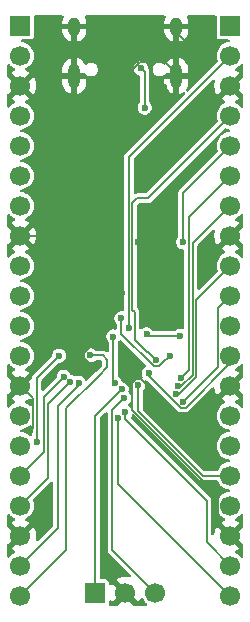
<source format=gbr>
%TF.GenerationSoftware,KiCad,Pcbnew,9.0.5*%
%TF.CreationDate,2025-12-10T19:07:17-06:00*%
%TF.ProjectId,KBoardV1,4b426f61-7264-4563-912e-6b696361645f,rev?*%
%TF.SameCoordinates,Original*%
%TF.FileFunction,Copper,L2,Bot*%
%TF.FilePolarity,Positive*%
%FSLAX46Y46*%
G04 Gerber Fmt 4.6, Leading zero omitted, Abs format (unit mm)*
G04 Created by KiCad (PCBNEW 9.0.5) date 2025-12-10 19:07:17*
%MOMM*%
%LPD*%
G01*
G04 APERTURE LIST*
%TA.AperFunction,HeatsinkPad*%
%ADD10O,1.000000X1.600000*%
%TD*%
%TA.AperFunction,HeatsinkPad*%
%ADD11O,1.000000X2.100000*%
%TD*%
%TA.AperFunction,ComponentPad*%
%ADD12R,1.700000X1.700000*%
%TD*%
%TA.AperFunction,ComponentPad*%
%ADD13C,1.700000*%
%TD*%
%TA.AperFunction,ViaPad*%
%ADD14C,0.600000*%
%TD*%
%TA.AperFunction,Conductor*%
%ADD15C,0.200000*%
%TD*%
G04 APERTURE END LIST*
D10*
%TO.P,J1,S1,SHIELD*%
%TO.N,GND*%
X60380000Y-25940000D03*
D11*
X60380000Y-30120000D03*
D10*
X69020000Y-25940000D03*
D11*
X69020000Y-30120000D03*
%TD*%
D12*
%TO.P,J4,1,Pin_1*%
%TO.N,SWCLK*%
X62160000Y-73890000D03*
D13*
%TO.P,J4,2,Pin_2*%
%TO.N,GND*%
X64700000Y-73890000D03*
%TO.P,J4,3,Pin_3*%
%TO.N,SWD*%
X67240000Y-73890000D03*
%TD*%
D12*
%TO.P,J2,1,Pin_1*%
%TO.N,GPIO0*%
X55810000Y-25870000D03*
D13*
%TO.P,J2,2,Pin_2*%
%TO.N,GPIO1*%
X55810000Y-28410000D03*
%TO.P,J2,3,Pin_3*%
%TO.N,GND*%
X55810000Y-30950000D03*
%TO.P,J2,4,Pin_4*%
%TO.N,GPIO2*%
X55810000Y-33490000D03*
%TO.P,J2,5,Pin_5*%
%TO.N,GPIO3*%
X55810000Y-36030000D03*
%TO.P,J2,6,Pin_6*%
%TO.N,GPIO4*%
X55810000Y-38570000D03*
%TO.P,J2,7,Pin_7*%
%TO.N,GPIO5*%
X55810000Y-41110000D03*
%TO.P,J2,8,Pin_8*%
%TO.N,GND*%
X55810000Y-43650000D03*
%TO.P,J2,9,Pin_9*%
%TO.N,GPIO6*%
X55810000Y-46190000D03*
%TO.P,J2,10,Pin_10*%
%TO.N,GPIO7*%
X55810000Y-48730000D03*
%TO.P,J2,11,Pin_11*%
%TO.N,GPIO8*%
X55810000Y-51270000D03*
%TO.P,J2,12,Pin_12*%
%TO.N,GPIO9*%
X55810000Y-53810000D03*
%TO.P,J2,13,Pin_13*%
%TO.N,GND*%
X55810000Y-56350000D03*
%TO.P,J2,14,Pin_14*%
%TO.N,GPIO10*%
X55810000Y-58890000D03*
%TO.P,J2,15,Pin_15*%
%TO.N,GPIO11*%
X55810000Y-61430000D03*
%TO.P,J2,16,Pin_16*%
%TO.N,GPIO12*%
X55810000Y-63970000D03*
%TO.P,J2,17,Pin_17*%
%TO.N,GPIO13*%
X55810000Y-66510000D03*
%TO.P,J2,18,Pin_18*%
%TO.N,GND*%
X55810000Y-69050000D03*
%TO.P,J2,19,Pin_19*%
%TO.N,GPIO14*%
X55810000Y-71590000D03*
%TO.P,J2,20,Pin_20*%
%TO.N,GPIO15*%
X55810000Y-74130000D03*
%TD*%
D12*
%TO.P,J3,1,Pin_1*%
%TO.N,VBUS*%
X73590000Y-25870000D03*
D13*
%TO.P,J3,2,Pin_2*%
%TO.N,GPIO29_ADC3*%
X73590000Y-28410000D03*
%TO.P,J3,3,Pin_3*%
%TO.N,GND*%
X73590000Y-30950000D03*
%TO.P,J3,4,Pin_4*%
%TO.N,GPIO28_ADC2*%
X73590000Y-33490000D03*
%TO.P,J3,5,Pin_5*%
%TO.N,+3V3*%
X73590000Y-36030000D03*
%TO.P,J3,6,Pin_6*%
%TO.N,GPIO27_ADC1*%
X73590000Y-38570000D03*
%TO.P,J3,7,Pin_7*%
%TO.N,GPIO26_ADC0*%
X73590000Y-41110000D03*
%TO.P,J3,8,Pin_8*%
%TO.N,GND*%
X73590000Y-43650000D03*
%TO.P,J3,9,Pin_9*%
%TO.N,GPIO24*%
X73590000Y-46190000D03*
%TO.P,J3,10,Pin_10*%
%TO.N,GPIO23*%
X73590000Y-48730000D03*
%TO.P,J3,11,Pin_11*%
%TO.N,RUN*%
X73590000Y-51270000D03*
%TO.P,J3,12,Pin_12*%
%TO.N,GPIO22*%
X73590000Y-53810000D03*
%TO.P,J3,13,Pin_13*%
%TO.N,GND*%
X73590000Y-56350000D03*
%TO.P,J3,14,Pin_14*%
%TO.N,GPIO21*%
X73590000Y-58890000D03*
%TO.P,J3,15,Pin_15*%
%TO.N,GPIO20*%
X73590000Y-61430000D03*
%TO.P,J3,16,Pin_16*%
%TO.N,GPIO19*%
X73590000Y-63970000D03*
%TO.P,J3,17,Pin_17*%
%TO.N,GPIO18*%
X73590000Y-66510000D03*
%TO.P,J3,18,Pin_18*%
%TO.N,GND*%
X73590000Y-69050000D03*
%TO.P,J3,19,Pin_19*%
%TO.N,GPIO17*%
X73590000Y-71590000D03*
%TO.P,J3,20,Pin_20*%
%TO.N,GPIO16*%
X73590000Y-74130000D03*
%TD*%
D14*
%TO.N,GND*%
X71480000Y-28880000D03*
X71200000Y-46840000D03*
X68300000Y-32779000D03*
X67950000Y-31035000D03*
X62236257Y-54790364D03*
%TO.N,GPIO15*%
X61736258Y-53780911D03*
%TO.N,GND*%
X61720000Y-32570000D03*
X63400000Y-32820000D03*
X56640000Y-60160000D03*
X62560000Y-43610000D03*
X62860000Y-52970000D03*
X65801000Y-44200000D03*
X68760000Y-46280000D03*
X64408451Y-48473033D03*
X58370000Y-49430000D03*
X61410000Y-46380000D03*
%TO.N,Net-(J1-CC1)*%
X66040000Y-29490000D03*
X66351000Y-32800000D03*
%TO.N,SWD*%
X64600000Y-57400000D03*
%TO.N,SWCLK*%
X64393647Y-56644793D03*
%TO.N,+3V3*%
X69600000Y-44200000D03*
X64375637Y-50647385D03*
X68500000Y-53800000D03*
%TO.N,+1V1*%
X63685786Y-52185786D03*
X69360589Y-52139411D03*
X66514500Y-51996125D03*
X63804262Y-56103124D03*
%TO.N,GPIO14*%
X60743798Y-56100000D03*
%TO.N,GPIO11*%
X59100000Y-53800000D03*
X57200000Y-61100000D03*
%TO.N,GPIO13*%
X60046610Y-56037288D03*
%TO.N,GPIO12*%
X59500000Y-55600000D03*
%TO.N,GPIO16*%
X64100000Y-59100000D03*
%TO.N,GPIO17*%
X64700000Y-58600000D03*
%TO.N,GPIO26_ADC0*%
X69200000Y-56400000D03*
%TO.N,GPIO27_ADC1*%
X69400000Y-55700000D03*
%TO.N,GPIO28_ADC2*%
X67307313Y-54203151D03*
%TO.N,GPIO19*%
X65787914Y-56300000D03*
%TO.N,GPIO29_ADC3*%
X65000000Y-51471573D03*
%TO.N,GPIO23*%
X69600000Y-57700000D03*
%TO.N,GPIO22*%
X66700000Y-55300000D03*
%TO.N,GPIO24*%
X68978640Y-57064081D03*
%TD*%
D15*
%TO.N,GND*%
X58370000Y-49430000D02*
X58370000Y-47800000D01*
X58370000Y-47800000D02*
X62560000Y-43610000D01*
X55810000Y-43650000D02*
X62860000Y-50700000D01*
X62860000Y-50700000D02*
X62860000Y-52970000D01*
X55810000Y-43650000D02*
X62520000Y-43650000D01*
X62520000Y-43650000D02*
X62560000Y-43610000D01*
X55810000Y-43650000D02*
X58540000Y-46380000D01*
X58540000Y-46380000D02*
X61410000Y-46380000D01*
X60380000Y-30120000D02*
X60380000Y-39080000D01*
X60380000Y-39080000D02*
X55810000Y-43650000D01*
X60380000Y-30120000D02*
X60526000Y-30266000D01*
X60526000Y-30266000D02*
X64555479Y-30266000D01*
X64555479Y-30266000D02*
X65907479Y-28914000D01*
X65907479Y-28914000D02*
X68064000Y-28914000D01*
X68064000Y-28914000D02*
X69020000Y-29870000D01*
X69020000Y-29870000D02*
X69020000Y-30120000D01*
X60380000Y-25940000D02*
X60380000Y-30120000D01*
X69020000Y-25940000D02*
X60380000Y-25940000D01*
X69020000Y-25940000D02*
X69020000Y-30120000D01*
X69020000Y-26420000D02*
X69020000Y-25940000D01*
X71480000Y-28880000D02*
X69020000Y-26420000D01*
X73590000Y-43650000D02*
X71200000Y-46040000D01*
X71200000Y-46040000D02*
X71200000Y-46840000D01*
X73590000Y-69050000D02*
X72539000Y-67999000D01*
X72539000Y-67999000D02*
X72539000Y-65673199D01*
X72539000Y-65673199D02*
X65286914Y-58421113D01*
X69521774Y-59325339D02*
X70614661Y-59325339D01*
X70614661Y-59325339D02*
X73590000Y-56350000D01*
X65286914Y-56092479D02*
X65580393Y-55799000D01*
X65580393Y-55799000D02*
X65995435Y-55799000D01*
X65995435Y-55799000D02*
X69521774Y-59325339D01*
X68300000Y-32779000D02*
X68300000Y-31385000D01*
X68300000Y-31385000D02*
X67950000Y-31035000D01*
X62037190Y-54790364D02*
X61235258Y-53988432D01*
X62236257Y-54790364D02*
X62037190Y-54790364D01*
X61235258Y-53988432D02*
X61235258Y-53573390D01*
X61235258Y-53573390D02*
X61838648Y-52970000D01*
X61838648Y-52970000D02*
X62860000Y-52970000D01*
%TO.N,GPIO15*%
X62790911Y-53780911D02*
X61736258Y-53780911D01*
X63150000Y-54140000D02*
X62790911Y-53780911D01*
X62452946Y-55487054D02*
X63150000Y-54790000D01*
X63150000Y-54790000D02*
X63150000Y-54140000D01*
%TO.N,GND*%
X61720000Y-32570000D02*
X63150000Y-32570000D01*
X63150000Y-32570000D02*
X63400000Y-32820000D01*
X56861000Y-57401000D02*
X55810000Y-56350000D01*
X56640000Y-60160000D02*
X56861000Y-59939000D01*
X56861000Y-59939000D02*
X56861000Y-57401000D01*
X62860000Y-43910000D02*
X62560000Y-43610000D01*
X62860000Y-52970000D02*
X62860000Y-43910000D01*
X61910000Y-52970000D02*
X58370000Y-49430000D01*
X62860000Y-52970000D02*
X61910000Y-52970000D01*
X55810000Y-56350000D02*
X58370000Y-53790000D01*
X58370000Y-53790000D02*
X58370000Y-49430000D01*
X66680000Y-44200000D02*
X65801000Y-44200000D01*
X68760000Y-46280000D02*
X66680000Y-44200000D01*
X64408451Y-48473033D02*
X63503033Y-48473033D01*
X63503033Y-48473033D02*
X61410000Y-46380000D01*
X61410000Y-46390000D02*
X61410000Y-46380000D01*
X58370000Y-49430000D02*
X61410000Y-46390000D01*
%TO.N,Net-(J1-CC1)*%
X66040000Y-29490000D02*
X66351000Y-29801000D01*
%TO.N,SWD*%
X67240000Y-73890000D02*
X63599000Y-70249000D01*
X63599000Y-70249000D02*
X63599000Y-58401000D01*
X63599000Y-58401000D02*
X64600000Y-57400000D01*
%TO.N,SWCLK*%
X62160000Y-58878440D02*
X64393647Y-56644793D01*
X62160000Y-73890000D02*
X62160000Y-58878440D01*
%TO.N,GPIO15*%
X59680000Y-58260000D02*
X62452946Y-55487054D01*
X55810000Y-74130000D02*
X59680000Y-70260000D01*
%TO.N,GPIO14*%
X60743798Y-56316202D02*
X59010000Y-58050000D01*
X59010000Y-68390000D02*
X55810000Y-71590000D01*
X60743798Y-56100000D02*
X60743798Y-56316202D01*
X59010000Y-58050000D02*
X59010000Y-68390000D01*
%TO.N,GPIO13*%
X55810000Y-66510000D02*
X58160000Y-64160000D01*
X58160000Y-57923898D02*
X60046610Y-56037288D01*
X58160000Y-64160000D02*
X58160000Y-57923898D01*
%TO.N,GPIO12*%
X55810000Y-63970000D02*
X57790000Y-61990000D01*
X57790000Y-61990000D02*
X57790000Y-57310000D01*
X57790000Y-57310000D02*
X59500000Y-55600000D01*
%TO.N,+3V3*%
X68199103Y-54100897D02*
X68500000Y-53800000D01*
X64373899Y-51013051D02*
X64373899Y-51978258D01*
X68118088Y-54100897D02*
X68199103Y-54100897D01*
X64373899Y-50645647D02*
X64375637Y-50647385D01*
X73590000Y-36030000D02*
X69600000Y-40020000D01*
X67099792Y-54704151D02*
X67514834Y-54704151D01*
X67514834Y-54704151D02*
X68118088Y-54100897D01*
X64373899Y-51013051D02*
X64373899Y-50401760D01*
X69600000Y-40020000D02*
X69600000Y-44200000D01*
X64373899Y-50401760D02*
X64373899Y-50645647D01*
X64373899Y-51978258D02*
X67099792Y-54704151D01*
%TO.N,+1V1*%
X63804262Y-56103124D02*
X63685786Y-55984648D01*
X66657786Y-52139411D02*
X69360589Y-52139411D01*
X63685786Y-55984648D02*
X63685786Y-52185786D01*
X63804262Y-56103124D02*
X63873899Y-56033487D01*
X66514500Y-51996125D02*
X66657786Y-52139411D01*
%TO.N,GPIO14*%
X60800000Y-56156202D02*
X60743798Y-56100000D01*
%TO.N,GPIO11*%
X57200000Y-55700000D02*
X59100000Y-53800000D01*
X57200000Y-61100000D02*
X57200000Y-55700000D01*
%TO.N,GPIO16*%
X64100000Y-64640000D02*
X64100000Y-59100000D01*
X73590000Y-74130000D02*
X64100000Y-64640000D01*
%TO.N,GPIO17*%
X73590000Y-71590000D02*
X71600000Y-69600000D01*
X71600000Y-69600000D02*
X71600000Y-66100000D01*
X71600000Y-66100000D02*
X64700000Y-59200000D01*
X64700000Y-59200000D02*
X64700000Y-58600000D01*
%TO.N,GPIO26_ADC0*%
X70402000Y-44298000D02*
X70402000Y-55406521D01*
X70402000Y-55406521D02*
X69408521Y-56400000D01*
X73590000Y-41110000D02*
X70402000Y-44298000D01*
X69408521Y-56400000D02*
X69200000Y-56400000D01*
%TO.N,GPIO27_ADC1*%
X70101000Y-42059000D02*
X70101000Y-54999000D01*
X70101000Y-54999000D02*
X69400000Y-55700000D01*
X73590000Y-38570000D02*
X70101000Y-42059000D01*
%TO.N,GPIO28_ADC2*%
X65500000Y-52500000D02*
X66510052Y-53510052D01*
X65500000Y-50100000D02*
X65500000Y-52500000D01*
X73590000Y-33490000D02*
X66614214Y-40465786D01*
X65301000Y-49901000D02*
X65500000Y-50100000D01*
X66614214Y-40465786D02*
X65734214Y-40465786D01*
X66510052Y-53510052D02*
X66614214Y-53510052D01*
X66614214Y-53510052D02*
X67307313Y-54203151D01*
X65734214Y-40465786D02*
X65301000Y-40899000D01*
X65301000Y-40899000D02*
X65301000Y-49901000D01*
%TO.N,GPIO19*%
X73590000Y-63970000D02*
X71261479Y-63970000D01*
X65787914Y-58496435D02*
X65787914Y-56300000D01*
X71261479Y-63970000D02*
X65787914Y-58496435D01*
%TO.N,GPIO29_ADC3*%
X65000000Y-37000000D02*
X65000000Y-51100000D01*
X65000000Y-51100000D02*
X65000000Y-51471573D01*
X65000000Y-37000000D02*
X73590000Y-28410000D01*
%TO.N,GPIO18*%
X73590000Y-66510000D02*
X72910000Y-66510000D01*
%TO.N,GPIO23*%
X72539000Y-49781000D02*
X72539000Y-54761000D01*
X72539000Y-54761000D02*
X69600000Y-57700000D01*
X73590000Y-48730000D02*
X72539000Y-49781000D01*
%TO.N,GPIO22*%
X69807521Y-58201000D02*
X69392479Y-58201000D01*
X66700000Y-55508521D02*
X66700000Y-55300000D01*
X73590000Y-54418521D02*
X69807521Y-58201000D01*
X73590000Y-53810000D02*
X73590000Y-54418521D01*
X69392479Y-58201000D02*
X66700000Y-55508521D01*
%TO.N,GPIO24*%
X69244440Y-57064081D02*
X68978640Y-57064081D01*
X73590000Y-46190000D02*
X70703000Y-49077000D01*
X70703000Y-49077000D02*
X70703000Y-55605521D01*
X70703000Y-55605521D02*
X69244440Y-57064081D01*
%TO.N,GPIO15*%
X59680000Y-70260000D02*
X59680000Y-58260000D01*
%TO.N,GND*%
X65286914Y-58421113D02*
X65286914Y-56092479D01*
%TO.N,Net-(J1-CC1)*%
X66351000Y-29801000D02*
X66351000Y-32800000D01*
%TD*%
%TA.AperFunction,Conductor*%
%TO.N,GND*%
G36*
X64234075Y-74082993D02*
G01*
X64299901Y-74197007D01*
X64392993Y-74290099D01*
X64507007Y-74355925D01*
X64570591Y-74372962D01*
X63980373Y-74963181D01*
X63919050Y-74996666D01*
X63892692Y-74999500D01*
X63414210Y-74999500D01*
X63347171Y-74979815D01*
X63301416Y-74927011D01*
X63290723Y-74864236D01*
X63292568Y-74843999D01*
X63307585Y-74809991D01*
X63310500Y-74784865D01*
X63310499Y-74647428D01*
X63311012Y-74641815D01*
X63321865Y-74614368D01*
X63330183Y-74586040D01*
X63334570Y-74582237D01*
X63336705Y-74576841D01*
X63360674Y-74559619D01*
X63382987Y-74540285D01*
X63388733Y-74539458D01*
X63393447Y-74536072D01*
X63422922Y-74534542D01*
X63452145Y-74530341D01*
X63457426Y-74532752D01*
X63463223Y-74532452D01*
X63488846Y-74547101D01*
X63515701Y-74559365D01*
X63520077Y-74564956D01*
X63523879Y-74567130D01*
X63528058Y-74575154D01*
X63542495Y-74593600D01*
X63542829Y-74593396D01*
X63544607Y-74596297D01*
X63544977Y-74596770D01*
X63545373Y-74597547D01*
X63584728Y-74651716D01*
X64217037Y-74019408D01*
X64234075Y-74082993D01*
G37*
%TD.AperFunction*%
%TA.AperFunction,Conductor*%
G36*
X65815270Y-74651717D02*
G01*
X65815270Y-74651716D01*
X65854622Y-74597554D01*
X65951095Y-74408217D01*
X65960492Y-74379295D01*
X65999928Y-74321618D01*
X66064286Y-74294419D01*
X66133133Y-74306331D01*
X66184610Y-74353574D01*
X66188908Y-74361314D01*
X66256004Y-74492995D01*
X66362441Y-74639494D01*
X66362445Y-74639499D01*
X66490500Y-74767554D01*
X66490505Y-74767558D01*
X66500998Y-74775182D01*
X66543664Y-74830512D01*
X66549643Y-74900125D01*
X66517037Y-74961920D01*
X66456199Y-74996277D01*
X66428113Y-74999500D01*
X65507308Y-74999500D01*
X65440269Y-74979815D01*
X65419627Y-74963181D01*
X64829408Y-74372962D01*
X64892993Y-74355925D01*
X65007007Y-74290099D01*
X65100099Y-74197007D01*
X65165925Y-74082993D01*
X65182962Y-74019408D01*
X65815270Y-74651717D01*
G37*
%TD.AperFunction*%
%TA.AperFunction,Conductor*%
G36*
X63117834Y-58589513D02*
G01*
X63173767Y-58631385D01*
X63198184Y-58696849D01*
X63198500Y-58705695D01*
X63198500Y-70196273D01*
X63198500Y-70301727D01*
X63201662Y-70313527D01*
X63225793Y-70403589D01*
X63237066Y-70423113D01*
X63278520Y-70494913D01*
X64682013Y-71898406D01*
X65155622Y-72372014D01*
X65189107Y-72433337D01*
X65184123Y-72503029D01*
X65142251Y-72558962D01*
X65076787Y-72583379D01*
X65029628Y-72577628D01*
X65016127Y-72573242D01*
X64806246Y-72540000D01*
X64593754Y-72540000D01*
X64383872Y-72573242D01*
X64383869Y-72573242D01*
X64181782Y-72638904D01*
X63992439Y-72735380D01*
X63938282Y-72774727D01*
X63938282Y-72774728D01*
X64570591Y-73407037D01*
X64507007Y-73424075D01*
X64392993Y-73489901D01*
X64299901Y-73582993D01*
X64234075Y-73697007D01*
X64217037Y-73760591D01*
X63584728Y-73128282D01*
X63584727Y-73128282D01*
X63545380Y-73182440D01*
X63545377Y-73182445D01*
X63544981Y-73183223D01*
X63544752Y-73183464D01*
X63542838Y-73186590D01*
X63542180Y-73186187D01*
X63497004Y-73234017D01*
X63429183Y-73250809D01*
X63363049Y-73228268D01*
X63319600Y-73173551D01*
X63310499Y-73126923D01*
X63310499Y-72995143D01*
X63310499Y-72995136D01*
X63310497Y-72995117D01*
X63307586Y-72970012D01*
X63307585Y-72970010D01*
X63307585Y-72970009D01*
X63262206Y-72867235D01*
X63182765Y-72787794D01*
X63182763Y-72787793D01*
X63079992Y-72742415D01*
X63054868Y-72739500D01*
X63054865Y-72739500D01*
X62684500Y-72739500D01*
X62617461Y-72719815D01*
X62571706Y-72667011D01*
X62560500Y-72615500D01*
X62560500Y-59095695D01*
X62580185Y-59028656D01*
X62596819Y-59008014D01*
X62986819Y-58618014D01*
X63048142Y-58584529D01*
X63117834Y-58589513D01*
G37*
%TD.AperFunction*%
%TA.AperFunction,Conductor*%
G36*
X74663181Y-69769627D02*
G01*
X74696666Y-69830950D01*
X74699500Y-69857308D01*
X74699500Y-70778113D01*
X74679815Y-70845152D01*
X74627011Y-70890907D01*
X74557853Y-70900851D01*
X74494297Y-70871826D01*
X74475182Y-70850998D01*
X74467558Y-70840505D01*
X74467554Y-70840500D01*
X74339499Y-70712445D01*
X74339494Y-70712441D01*
X74192995Y-70606004D01*
X74061314Y-70538908D01*
X74010519Y-70490934D01*
X73993724Y-70423113D01*
X74016262Y-70356978D01*
X74070977Y-70313527D01*
X74079295Y-70310492D01*
X74108217Y-70301095D01*
X74297554Y-70204622D01*
X74351716Y-70165270D01*
X74351717Y-70165270D01*
X73719408Y-69532962D01*
X73782993Y-69515925D01*
X73897007Y-69450099D01*
X73990099Y-69357007D01*
X74055925Y-69242993D01*
X74072962Y-69179408D01*
X74663181Y-69769627D01*
G37*
%TD.AperFunction*%
%TA.AperFunction,Conductor*%
G36*
X55344075Y-69242993D02*
G01*
X55409901Y-69357007D01*
X55502993Y-69450099D01*
X55617007Y-69515925D01*
X55680590Y-69532962D01*
X55048282Y-70165269D01*
X55048282Y-70165270D01*
X55102449Y-70204624D01*
X55291780Y-70301094D01*
X55320705Y-70310492D01*
X55378381Y-70349929D01*
X55405580Y-70414287D01*
X55393667Y-70483134D01*
X55346424Y-70534610D01*
X55338685Y-70538908D01*
X55207004Y-70606004D01*
X55060505Y-70712441D01*
X55060500Y-70712445D01*
X54932445Y-70840500D01*
X54932441Y-70840505D01*
X54924818Y-70850998D01*
X54869488Y-70893664D01*
X54799875Y-70899643D01*
X54738080Y-70867037D01*
X54703723Y-70806199D01*
X54700500Y-70778113D01*
X54700500Y-69857308D01*
X54720185Y-69790269D01*
X54736819Y-69769627D01*
X55327037Y-69179408D01*
X55344075Y-69242993D01*
G37*
%TD.AperFunction*%
%TA.AperFunction,Conductor*%
G36*
X58528834Y-64460072D02*
G01*
X58584767Y-64501944D01*
X58609184Y-64567408D01*
X58609500Y-64576254D01*
X58609500Y-68172744D01*
X58589815Y-68239783D01*
X58573181Y-68260425D01*
X57327985Y-69505620D01*
X57266662Y-69539105D01*
X57196970Y-69534121D01*
X57141037Y-69492249D01*
X57116620Y-69426785D01*
X57122375Y-69379616D01*
X57126756Y-69366132D01*
X57126757Y-69366127D01*
X57160000Y-69156246D01*
X57160000Y-68943753D01*
X57126757Y-68733872D01*
X57126757Y-68733869D01*
X57061095Y-68531782D01*
X56964624Y-68342449D01*
X56925270Y-68288282D01*
X56925269Y-68288282D01*
X56292962Y-68920590D01*
X56275925Y-68857007D01*
X56210099Y-68742993D01*
X56117007Y-68649901D01*
X56002993Y-68584075D01*
X55939409Y-68567037D01*
X56571716Y-67934728D01*
X56517550Y-67895375D01*
X56328217Y-67798904D01*
X56299292Y-67789506D01*
X56241616Y-67750068D01*
X56214418Y-67685710D01*
X56226333Y-67616863D01*
X56273577Y-67565388D01*
X56281315Y-67561090D01*
X56412994Y-67493996D01*
X56559501Y-67387553D01*
X56687553Y-67259501D01*
X56793996Y-67112994D01*
X56876211Y-66951639D01*
X56932171Y-66779409D01*
X56946765Y-66687259D01*
X56960500Y-66600551D01*
X56960500Y-66419448D01*
X56936178Y-66265892D01*
X56932171Y-66240591D01*
X56885424Y-66096716D01*
X56883429Y-66026875D01*
X56915672Y-65970719D01*
X58397821Y-64488571D01*
X58459142Y-64455088D01*
X58528834Y-64460072D01*
G37*
%TD.AperFunction*%
%TA.AperFunction,Conductor*%
G36*
X65435400Y-58722876D02*
G01*
X65474270Y-58749184D01*
X71015566Y-64290480D01*
X71106891Y-64343207D01*
X71208752Y-64370500D01*
X71314206Y-64370500D01*
X72426840Y-64370500D01*
X72493879Y-64390185D01*
X72537325Y-64438205D01*
X72606006Y-64572997D01*
X72712441Y-64719494D01*
X72712445Y-64719499D01*
X72840500Y-64847554D01*
X72840505Y-64847558D01*
X72875115Y-64872703D01*
X72987006Y-64953996D01*
X73092484Y-65007740D01*
X73148360Y-65036211D01*
X73148363Y-65036212D01*
X73234476Y-65064191D01*
X73320591Y-65092171D01*
X73393639Y-65103740D01*
X73480678Y-65117527D01*
X73543813Y-65147456D01*
X73580744Y-65206768D01*
X73579746Y-65276631D01*
X73541136Y-65334863D01*
X73480678Y-65362473D01*
X73320589Y-65387829D01*
X73148363Y-65443787D01*
X73148360Y-65443788D01*
X72987002Y-65526006D01*
X72840505Y-65632441D01*
X72840500Y-65632445D01*
X72712445Y-65760500D01*
X72712441Y-65760505D01*
X72606006Y-65907002D01*
X72523788Y-66068360D01*
X72523787Y-66068363D01*
X72467829Y-66240589D01*
X72439500Y-66419448D01*
X72439500Y-66600551D01*
X72467829Y-66779410D01*
X72523787Y-66951636D01*
X72523788Y-66951639D01*
X72606006Y-67112997D01*
X72712441Y-67259494D01*
X72712445Y-67259499D01*
X72840500Y-67387554D01*
X72840505Y-67387558D01*
X72968287Y-67480396D01*
X72987006Y-67493996D01*
X73088780Y-67545853D01*
X73118684Y-67561090D01*
X73169480Y-67609065D01*
X73186275Y-67676886D01*
X73163737Y-67743021D01*
X73109022Y-67786472D01*
X73100708Y-67789506D01*
X73071781Y-67798905D01*
X72882439Y-67895380D01*
X72828282Y-67934727D01*
X72828282Y-67934728D01*
X73460591Y-68567037D01*
X73397007Y-68584075D01*
X73282993Y-68649901D01*
X73189901Y-68742993D01*
X73124075Y-68857007D01*
X73107037Y-68920591D01*
X72474728Y-68288282D01*
X72474727Y-68288282D01*
X72435380Y-68342439D01*
X72338904Y-68531782D01*
X72273242Y-68733869D01*
X72273242Y-68733872D01*
X72246973Y-68899728D01*
X72217044Y-68962863D01*
X72157732Y-68999794D01*
X72087870Y-68998796D01*
X72029637Y-68960186D01*
X72001523Y-68896222D01*
X72000500Y-68880330D01*
X72000500Y-66162729D01*
X72000501Y-66162716D01*
X72000501Y-66047274D01*
X71979987Y-65970717D01*
X71973207Y-65945413D01*
X71940181Y-65888211D01*
X71920480Y-65854087D01*
X71845913Y-65779520D01*
X71845910Y-65779518D01*
X68555333Y-62488941D01*
X65194280Y-59127887D01*
X65160795Y-59066564D01*
X65165779Y-58996872D01*
X65177231Y-58976202D01*
X65176457Y-58975755D01*
X65229210Y-58884380D01*
X65259577Y-58831784D01*
X65266815Y-58804771D01*
X65303178Y-58745112D01*
X65366024Y-58714582D01*
X65435400Y-58722876D01*
G37*
%TD.AperFunction*%
%TA.AperFunction,Conductor*%
G36*
X54905703Y-67228173D02*
G01*
X54924821Y-67249004D01*
X54932446Y-67259500D01*
X55060500Y-67387554D01*
X55060505Y-67387558D01*
X55188287Y-67480396D01*
X55207006Y-67493996D01*
X55308780Y-67545853D01*
X55338684Y-67561090D01*
X55389480Y-67609065D01*
X55406275Y-67676886D01*
X55383737Y-67743021D01*
X55329022Y-67786472D01*
X55320708Y-67789506D01*
X55291781Y-67798905D01*
X55102439Y-67895380D01*
X55048282Y-67934727D01*
X55048282Y-67934728D01*
X55680591Y-68567037D01*
X55617007Y-68584075D01*
X55502993Y-68649901D01*
X55409901Y-68742993D01*
X55344075Y-68857007D01*
X55327037Y-68920591D01*
X54736819Y-68330373D01*
X54703334Y-68269050D01*
X54700500Y-68242692D01*
X54700500Y-67321886D01*
X54720185Y-67254847D01*
X54772989Y-67209092D01*
X54842147Y-67199148D01*
X54905703Y-67228173D01*
G37*
%TD.AperFunction*%
%TA.AperFunction,Conductor*%
G36*
X74661917Y-67232959D02*
G01*
X74696277Y-67293796D01*
X74699500Y-67321886D01*
X74699500Y-68242692D01*
X74679815Y-68309731D01*
X74663181Y-68330373D01*
X74072962Y-68920591D01*
X74055925Y-68857007D01*
X73990099Y-68742993D01*
X73897007Y-68649901D01*
X73782993Y-68584075D01*
X73719409Y-68567037D01*
X74351716Y-67934728D01*
X74297550Y-67895375D01*
X74108217Y-67798904D01*
X74079292Y-67789506D01*
X74021616Y-67750068D01*
X73994418Y-67685710D01*
X74006333Y-67616863D01*
X74053577Y-67565388D01*
X74061315Y-67561090D01*
X74192994Y-67493996D01*
X74339501Y-67387553D01*
X74467553Y-67259501D01*
X74475180Y-67249003D01*
X74530508Y-67206336D01*
X74600121Y-67200355D01*
X74661917Y-67232959D01*
G37*
%TD.AperFunction*%
%TA.AperFunction,Conductor*%
G36*
X66538996Y-55913959D02*
G01*
X66541108Y-55916022D01*
X69071998Y-58446912D01*
X69071999Y-58446913D01*
X69146566Y-58521480D01*
X69237892Y-58574207D01*
X69339752Y-58601500D01*
X69339754Y-58601500D01*
X69860246Y-58601500D01*
X69860248Y-58601500D01*
X69962109Y-58574207D01*
X70053434Y-58521480D01*
X72051328Y-56523585D01*
X72112649Y-56490102D01*
X72182341Y-56495086D01*
X72238274Y-56536958D01*
X72261480Y-56591869D01*
X72273242Y-56666128D01*
X72273242Y-56666130D01*
X72338904Y-56868217D01*
X72435375Y-57057550D01*
X72474728Y-57111716D01*
X73107037Y-56479408D01*
X73124075Y-56542993D01*
X73189901Y-56657007D01*
X73282993Y-56750099D01*
X73397007Y-56815925D01*
X73460590Y-56832962D01*
X72828282Y-57465269D01*
X72828282Y-57465270D01*
X72882449Y-57504624D01*
X73071780Y-57601094D01*
X73100705Y-57610492D01*
X73158381Y-57649929D01*
X73185580Y-57714287D01*
X73173667Y-57783134D01*
X73126424Y-57834610D01*
X73118685Y-57838908D01*
X72987004Y-57906004D01*
X72840505Y-58012441D01*
X72840500Y-58012445D01*
X72712445Y-58140500D01*
X72712441Y-58140505D01*
X72606006Y-58287002D01*
X72523788Y-58448360D01*
X72523787Y-58448363D01*
X72467829Y-58620589D01*
X72439500Y-58799448D01*
X72439500Y-58980551D01*
X72467829Y-59159410D01*
X72523787Y-59331636D01*
X72523788Y-59331639D01*
X72606006Y-59492997D01*
X72712441Y-59639494D01*
X72712445Y-59639499D01*
X72840500Y-59767554D01*
X72840505Y-59767558D01*
X72968287Y-59860396D01*
X72987006Y-59873996D01*
X73092484Y-59927740D01*
X73148360Y-59956211D01*
X73148363Y-59956212D01*
X73234476Y-59984191D01*
X73320591Y-60012171D01*
X73393639Y-60023740D01*
X73480678Y-60037527D01*
X73543813Y-60067456D01*
X73580744Y-60126768D01*
X73579746Y-60196631D01*
X73541136Y-60254863D01*
X73480678Y-60282473D01*
X73320589Y-60307829D01*
X73148363Y-60363787D01*
X73148360Y-60363788D01*
X72987002Y-60446006D01*
X72840505Y-60552441D01*
X72840500Y-60552445D01*
X72712445Y-60680500D01*
X72712441Y-60680505D01*
X72606006Y-60827002D01*
X72523788Y-60988360D01*
X72523787Y-60988363D01*
X72467829Y-61160589D01*
X72439500Y-61339448D01*
X72439500Y-61520551D01*
X72467829Y-61699410D01*
X72523787Y-61871636D01*
X72523788Y-61871639D01*
X72606006Y-62032997D01*
X72712441Y-62179494D01*
X72712445Y-62179499D01*
X72840500Y-62307554D01*
X72840505Y-62307558D01*
X72914345Y-62361205D01*
X72987006Y-62413996D01*
X73092484Y-62467740D01*
X73148360Y-62496211D01*
X73148363Y-62496212D01*
X73234476Y-62524191D01*
X73320591Y-62552171D01*
X73393639Y-62563740D01*
X73480678Y-62577527D01*
X73543813Y-62607456D01*
X73580744Y-62666768D01*
X73579746Y-62736631D01*
X73541136Y-62794863D01*
X73480678Y-62822473D01*
X73320589Y-62847829D01*
X73148363Y-62903787D01*
X73148360Y-62903788D01*
X72987002Y-62986006D01*
X72840505Y-63092441D01*
X72840500Y-63092445D01*
X72712445Y-63220500D01*
X72712441Y-63220505D01*
X72606006Y-63367002D01*
X72537325Y-63501795D01*
X72489350Y-63552591D01*
X72426840Y-63569500D01*
X71478734Y-63569500D01*
X71411695Y-63549815D01*
X71391053Y-63533181D01*
X66224733Y-58366861D01*
X66191248Y-58305538D01*
X66188414Y-58279180D01*
X66188414Y-56800098D01*
X66208099Y-56733059D01*
X66224733Y-56712417D01*
X66241785Y-56695365D01*
X66268434Y-56668716D01*
X66347491Y-56531784D01*
X66388414Y-56379057D01*
X66388414Y-56220943D01*
X66347491Y-56068216D01*
X66346041Y-56065704D01*
X66345462Y-56063319D01*
X66344380Y-56060706D01*
X66344787Y-56060537D01*
X66329567Y-55997804D01*
X66352419Y-55931777D01*
X66407339Y-55888586D01*
X66476893Y-55881944D01*
X66538996Y-55913959D01*
G37*
%TD.AperFunction*%
%TA.AperFunction,Conductor*%
G36*
X56718834Y-59710734D02*
G01*
X56774767Y-59752606D01*
X56799184Y-59818070D01*
X56799500Y-59826916D01*
X56799500Y-60493084D01*
X56779815Y-60560123D01*
X56727011Y-60605878D01*
X56657853Y-60615822D01*
X56594297Y-60586797D01*
X56587819Y-60580765D01*
X56559499Y-60552445D01*
X56559494Y-60552441D01*
X56412997Y-60446006D01*
X56412996Y-60446005D01*
X56412994Y-60446004D01*
X56361300Y-60419664D01*
X56251639Y-60363788D01*
X56251636Y-60363787D01*
X56079410Y-60307829D01*
X55919321Y-60282473D01*
X55856186Y-60252544D01*
X55819255Y-60193232D01*
X55820253Y-60123370D01*
X55858863Y-60065137D01*
X55919321Y-60037527D01*
X55989425Y-60026422D01*
X56079409Y-60012171D01*
X56251639Y-59956211D01*
X56412994Y-59873996D01*
X56559501Y-59767553D01*
X56587819Y-59739235D01*
X56649142Y-59705750D01*
X56718834Y-59710734D01*
G37*
%TD.AperFunction*%
%TA.AperFunction,Conductor*%
G36*
X65340065Y-57602461D02*
G01*
X65380594Y-57659375D01*
X65387414Y-57699932D01*
X65387414Y-58138816D01*
X65367729Y-58205855D01*
X65314925Y-58251610D01*
X65245767Y-58261554D01*
X65182211Y-58232529D01*
X65175733Y-58226497D01*
X65068717Y-58119481D01*
X65068712Y-58119477D01*
X64993773Y-58076211D01*
X64945557Y-58025644D01*
X64932335Y-57957037D01*
X64958303Y-57892172D01*
X64968092Y-57881142D01*
X64968711Y-57880522D01*
X64968716Y-57880520D01*
X65080520Y-57768716D01*
X65156028Y-57637931D01*
X65206593Y-57589717D01*
X65275200Y-57576493D01*
X65340065Y-57602461D01*
G37*
%TD.AperFunction*%
%TA.AperFunction,Conductor*%
G36*
X74663181Y-57069627D02*
G01*
X74696666Y-57130950D01*
X74699500Y-57157308D01*
X74699500Y-58078113D01*
X74679815Y-58145152D01*
X74627011Y-58190907D01*
X74557853Y-58200851D01*
X74494297Y-58171826D01*
X74475182Y-58150998D01*
X74467558Y-58140505D01*
X74467554Y-58140500D01*
X74339499Y-58012445D01*
X74339494Y-58012441D01*
X74192995Y-57906004D01*
X74061314Y-57838908D01*
X74010519Y-57790934D01*
X73993724Y-57723113D01*
X74016262Y-57656978D01*
X74070977Y-57613527D01*
X74079295Y-57610492D01*
X74108217Y-57601095D01*
X74297554Y-57504622D01*
X74351716Y-57465270D01*
X74351717Y-57465270D01*
X73719408Y-56832962D01*
X73782993Y-56815925D01*
X73897007Y-56750099D01*
X73990099Y-56657007D01*
X74055925Y-56542993D01*
X74072962Y-56479408D01*
X74663181Y-57069627D01*
G37*
%TD.AperFunction*%
%TA.AperFunction,Conductor*%
G36*
X55344075Y-56542993D02*
G01*
X55409901Y-56657007D01*
X55502993Y-56750099D01*
X55617007Y-56815925D01*
X55680590Y-56832962D01*
X55048282Y-57465269D01*
X55048282Y-57465270D01*
X55102449Y-57504624D01*
X55291780Y-57601094D01*
X55320705Y-57610492D01*
X55378381Y-57649929D01*
X55405580Y-57714287D01*
X55393667Y-57783134D01*
X55346424Y-57834610D01*
X55338685Y-57838908D01*
X55207004Y-57906004D01*
X55060505Y-58012441D01*
X55060500Y-58012445D01*
X54932445Y-58140500D01*
X54932441Y-58140505D01*
X54924818Y-58150998D01*
X54869488Y-58193664D01*
X54799875Y-58199643D01*
X54738080Y-58167037D01*
X54703723Y-58106199D01*
X54700500Y-58078113D01*
X54700500Y-57157308D01*
X54720185Y-57090269D01*
X54736819Y-57069627D01*
X55327037Y-56479408D01*
X55344075Y-56542993D01*
G37*
%TD.AperFunction*%
%TA.AperFunction,Conductor*%
G36*
X56736475Y-57435168D02*
G01*
X56785170Y-57485274D01*
X56799500Y-57543141D01*
X56799500Y-57953084D01*
X56779815Y-58020123D01*
X56727011Y-58065878D01*
X56657853Y-58075822D01*
X56594297Y-58046797D01*
X56587819Y-58040765D01*
X56559499Y-58012445D01*
X56559494Y-58012441D01*
X56412995Y-57906004D01*
X56281314Y-57838908D01*
X56230519Y-57790934D01*
X56213724Y-57723113D01*
X56236262Y-57656978D01*
X56290977Y-57613527D01*
X56299295Y-57610492D01*
X56328217Y-57601095D01*
X56517554Y-57504622D01*
X56602614Y-57442823D01*
X56668421Y-57419343D01*
X56736475Y-57435168D01*
G37*
%TD.AperFunction*%
%TA.AperFunction,Conductor*%
G36*
X64297240Y-52500353D02*
G01*
X64311220Y-52500803D01*
X64329037Y-52513079D01*
X64349122Y-52521117D01*
X64360164Y-52530916D01*
X66418267Y-54589019D01*
X66451752Y-54650342D01*
X66446768Y-54720034D01*
X66404896Y-54775967D01*
X66392586Y-54784087D01*
X66331287Y-54819477D01*
X66331282Y-54819481D01*
X66219481Y-54931282D01*
X66219475Y-54931290D01*
X66140426Y-55068209D01*
X66140423Y-55068216D01*
X66099500Y-55220943D01*
X66099500Y-55379057D01*
X66134067Y-55508061D01*
X66140423Y-55531783D01*
X66140425Y-55531788D01*
X66155339Y-55557621D01*
X66171810Y-55625521D01*
X66148957Y-55691548D01*
X66094035Y-55734737D01*
X66024482Y-55741378D01*
X66015858Y-55739394D01*
X65979795Y-55729731D01*
X65866971Y-55699500D01*
X65708857Y-55699500D01*
X65556130Y-55740423D01*
X65556123Y-55740426D01*
X65419204Y-55819475D01*
X65419196Y-55819481D01*
X65307395Y-55931282D01*
X65307389Y-55931290D01*
X65228340Y-56068209D01*
X65228337Y-56068216D01*
X65187414Y-56220943D01*
X65187414Y-56379057D01*
X65228337Y-56531784D01*
X65307394Y-56668716D01*
X65312764Y-56674086D01*
X65351095Y-56712417D01*
X65351899Y-56713890D01*
X65353353Y-56714734D01*
X65368590Y-56744457D01*
X65384580Y-56773740D01*
X65384460Y-56775414D01*
X65385227Y-56776910D01*
X65387414Y-56800098D01*
X65387414Y-57100067D01*
X65367729Y-57167106D01*
X65314925Y-57212861D01*
X65245767Y-57222805D01*
X65182211Y-57193780D01*
X65156027Y-57162066D01*
X65080524Y-57031290D01*
X65080518Y-57031282D01*
X64998054Y-56948818D01*
X64997249Y-56947344D01*
X64995796Y-56946501D01*
X64980558Y-56916777D01*
X64964569Y-56887495D01*
X64964612Y-56885671D01*
X64963922Y-56884325D01*
X64964876Y-56874563D01*
X64965959Y-56829045D01*
X64994147Y-56723850D01*
X64994147Y-56565736D01*
X64953224Y-56413009D01*
X64874167Y-56276077D01*
X64762363Y-56164273D01*
X64762361Y-56164272D01*
X64762356Y-56164268D01*
X64625437Y-56085219D01*
X64625433Y-56085217D01*
X64625431Y-56085216D01*
X64474495Y-56044772D01*
X64414836Y-56008409D01*
X64386817Y-55957096D01*
X64363839Y-55871340D01*
X64351643Y-55850215D01*
X64284786Y-55734414D01*
X64284780Y-55734406D01*
X64172980Y-55622606D01*
X64172978Y-55622604D01*
X64155432Y-55612473D01*
X64148283Y-55608346D01*
X64100069Y-55557777D01*
X64086286Y-55500960D01*
X64086286Y-52685884D01*
X64094271Y-52658688D01*
X64099204Y-52630778D01*
X64104722Y-52623095D01*
X64105971Y-52618845D01*
X64119228Y-52601715D01*
X64120877Y-52599930D01*
X64166306Y-52554502D01*
X64172023Y-52544598D01*
X64181425Y-52534428D01*
X64199992Y-52523320D01*
X64215649Y-52508389D01*
X64229382Y-52505740D01*
X64241386Y-52498560D01*
X64263009Y-52499254D01*
X64284254Y-52495157D01*
X64297240Y-52500353D01*
G37*
%TD.AperFunction*%
%TA.AperFunction,Conductor*%
G36*
X59443956Y-25020185D02*
G01*
X59489711Y-25072989D01*
X59499655Y-25142147D01*
X59491478Y-25171952D01*
X59418430Y-25348306D01*
X59418427Y-25348318D01*
X59380000Y-25541504D01*
X59380000Y-25690000D01*
X60080000Y-25690000D01*
X60080000Y-26190000D01*
X59380000Y-26190000D01*
X59380000Y-26338495D01*
X59418427Y-26531681D01*
X59418430Y-26531693D01*
X59493807Y-26713671D01*
X59493814Y-26713684D01*
X59603248Y-26877462D01*
X59603251Y-26877466D01*
X59742533Y-27016748D01*
X59742537Y-27016751D01*
X59906315Y-27126185D01*
X59906328Y-27126192D01*
X60088308Y-27201569D01*
X60130000Y-27209862D01*
X60130000Y-26406988D01*
X60139940Y-26424205D01*
X60195795Y-26480060D01*
X60264204Y-26519556D01*
X60340504Y-26540000D01*
X60419496Y-26540000D01*
X60495796Y-26519556D01*
X60564205Y-26480060D01*
X60620060Y-26424205D01*
X60630000Y-26406988D01*
X60630000Y-27209862D01*
X60671690Y-27201569D01*
X60671692Y-27201569D01*
X60853671Y-27126192D01*
X60853684Y-27126185D01*
X61017462Y-27016751D01*
X61017466Y-27016748D01*
X61156748Y-26877466D01*
X61156751Y-26877462D01*
X61266185Y-26713684D01*
X61266192Y-26713671D01*
X61341569Y-26531693D01*
X61341572Y-26531681D01*
X61379999Y-26338495D01*
X61380000Y-26338492D01*
X61380000Y-26190000D01*
X60680000Y-26190000D01*
X60680000Y-25690000D01*
X61380000Y-25690000D01*
X61380000Y-25541508D01*
X61379999Y-25541504D01*
X61341572Y-25348318D01*
X61341569Y-25348306D01*
X61268522Y-25171952D01*
X61261053Y-25102483D01*
X61292329Y-25040004D01*
X61352418Y-25004352D01*
X61383083Y-25000500D01*
X68016917Y-25000500D01*
X68083956Y-25020185D01*
X68129711Y-25072989D01*
X68139655Y-25142147D01*
X68131478Y-25171952D01*
X68058430Y-25348306D01*
X68058427Y-25348318D01*
X68020000Y-25541504D01*
X68020000Y-25690000D01*
X68720000Y-25690000D01*
X68720000Y-26190000D01*
X68020000Y-26190000D01*
X68020000Y-26338495D01*
X68058427Y-26531681D01*
X68058430Y-26531693D01*
X68133807Y-26713671D01*
X68133814Y-26713684D01*
X68243248Y-26877462D01*
X68243251Y-26877466D01*
X68382533Y-27016748D01*
X68382537Y-27016751D01*
X68546315Y-27126185D01*
X68546328Y-27126192D01*
X68728308Y-27201569D01*
X68770000Y-27209862D01*
X68770000Y-26406988D01*
X68779940Y-26424205D01*
X68835795Y-26480060D01*
X68904204Y-26519556D01*
X68980504Y-26540000D01*
X69059496Y-26540000D01*
X69135796Y-26519556D01*
X69204205Y-26480060D01*
X69260060Y-26424205D01*
X69270000Y-26406988D01*
X69270000Y-27209862D01*
X69311690Y-27201569D01*
X69311692Y-27201569D01*
X69493671Y-27126192D01*
X69493684Y-27126185D01*
X69657462Y-27016751D01*
X69657466Y-27016748D01*
X69796748Y-26877466D01*
X69796751Y-26877462D01*
X69906185Y-26713684D01*
X69906192Y-26713671D01*
X69981569Y-26531693D01*
X69981572Y-26531681D01*
X70019999Y-26338495D01*
X70020000Y-26338492D01*
X70020000Y-26190000D01*
X69320000Y-26190000D01*
X69320000Y-25690000D01*
X70020000Y-25690000D01*
X70020000Y-25541508D01*
X70019999Y-25541504D01*
X69981572Y-25348318D01*
X69981569Y-25348306D01*
X69908522Y-25171952D01*
X69901053Y-25102483D01*
X69932329Y-25040004D01*
X69992418Y-25004352D01*
X70023083Y-25000500D01*
X72315500Y-25000500D01*
X72382539Y-25020185D01*
X72428294Y-25072989D01*
X72439500Y-25124500D01*
X72439500Y-26764856D01*
X72439502Y-26764882D01*
X72442413Y-26789987D01*
X72442415Y-26789991D01*
X72487793Y-26892764D01*
X72487794Y-26892765D01*
X72567235Y-26972206D01*
X72670009Y-27017585D01*
X72695135Y-27020500D01*
X73432873Y-27020499D01*
X73499910Y-27040183D01*
X73545665Y-27092987D01*
X73555609Y-27162146D01*
X73526584Y-27225702D01*
X73467806Y-27263476D01*
X73452270Y-27266972D01*
X73320589Y-27287829D01*
X73148363Y-27343787D01*
X73148360Y-27343788D01*
X72987002Y-27426006D01*
X72840505Y-27532441D01*
X72840500Y-27532445D01*
X72712445Y-27660500D01*
X72712441Y-27660505D01*
X72606006Y-27807002D01*
X72523788Y-27968360D01*
X72523787Y-27968363D01*
X72467829Y-28140589D01*
X72439500Y-28319448D01*
X72439500Y-28500551D01*
X72467829Y-28679412D01*
X72514575Y-28823283D01*
X72516570Y-28893124D01*
X72484325Y-28949281D01*
X70023705Y-31409901D01*
X69962382Y-31443386D01*
X69892690Y-31438402D01*
X69836757Y-31396530D01*
X69812340Y-31331066D01*
X69827192Y-31262793D01*
X69832922Y-31253329D01*
X69906185Y-31143683D01*
X69906192Y-31143671D01*
X69981569Y-30961693D01*
X69981572Y-30961681D01*
X70019999Y-30768495D01*
X70020000Y-30768492D01*
X70020000Y-30370000D01*
X69320000Y-30370000D01*
X69320000Y-29870000D01*
X70020000Y-29870000D01*
X70020000Y-29471508D01*
X70019999Y-29471504D01*
X69981572Y-29278318D01*
X69981569Y-29278306D01*
X69906192Y-29096328D01*
X69906185Y-29096315D01*
X69796751Y-28932537D01*
X69796748Y-28932533D01*
X69657466Y-28793251D01*
X69657462Y-28793248D01*
X69493684Y-28683814D01*
X69493671Y-28683807D01*
X69311691Y-28608429D01*
X69311683Y-28608427D01*
X69270000Y-28600135D01*
X69270000Y-29403011D01*
X69260060Y-29385795D01*
X69204205Y-29329940D01*
X69135796Y-29290444D01*
X69059496Y-29270000D01*
X68980504Y-29270000D01*
X68904204Y-29290444D01*
X68835795Y-29329940D01*
X68779940Y-29385795D01*
X68770000Y-29403011D01*
X68770000Y-28600136D01*
X68769999Y-28600135D01*
X68728316Y-28608427D01*
X68728308Y-28608429D01*
X68546328Y-28683807D01*
X68546315Y-28683814D01*
X68382537Y-28793248D01*
X68382533Y-28793251D01*
X68243248Y-28932536D01*
X68130427Y-29101387D01*
X68129003Y-29100435D01*
X68085742Y-29144451D01*
X68017600Y-29159892D01*
X67951927Y-29136041D01*
X67949907Y-29134306D01*
X67949811Y-29134432D01*
X67943367Y-29129487D01*
X67943365Y-29129485D01*
X67877750Y-29091602D01*
X67812136Y-29053719D01*
X67738950Y-29034109D01*
X67665766Y-29014500D01*
X67514234Y-29014500D01*
X67367863Y-29053719D01*
X67236635Y-29129485D01*
X67236632Y-29129487D01*
X67129487Y-29236632D01*
X67129485Y-29236635D01*
X67053719Y-29367863D01*
X67046718Y-29393993D01*
X67014500Y-29514234D01*
X67014500Y-29665766D01*
X67029510Y-29721783D01*
X67053719Y-29812136D01*
X67091602Y-29877750D01*
X67129485Y-29943365D01*
X67236635Y-30050515D01*
X67367865Y-30126281D01*
X67514234Y-30165500D01*
X67514236Y-30165500D01*
X67665764Y-30165500D01*
X67665766Y-30165500D01*
X67812135Y-30126281D01*
X67943365Y-30050515D01*
X68050515Y-29943365D01*
X68057077Y-29932000D01*
X68107644Y-29883784D01*
X68164464Y-29870000D01*
X68720000Y-29870000D01*
X68720000Y-30370000D01*
X68020000Y-30370000D01*
X68020000Y-30768495D01*
X68058427Y-30961681D01*
X68058430Y-30961693D01*
X68133807Y-31143671D01*
X68133814Y-31143684D01*
X68243248Y-31307462D01*
X68243251Y-31307466D01*
X68382533Y-31446748D01*
X68382537Y-31446751D01*
X68546315Y-31556185D01*
X68546328Y-31556192D01*
X68728308Y-31631569D01*
X68770000Y-31639862D01*
X68770000Y-30836988D01*
X68779940Y-30854205D01*
X68835795Y-30910060D01*
X68904204Y-30949556D01*
X68980504Y-30970000D01*
X69059496Y-30970000D01*
X69135796Y-30949556D01*
X69204205Y-30910060D01*
X69260060Y-30854205D01*
X69270000Y-30836988D01*
X69270000Y-31639862D01*
X69311690Y-31631569D01*
X69311692Y-31631569D01*
X69493671Y-31556192D01*
X69493683Y-31556185D01*
X69603329Y-31482922D01*
X69670006Y-31462044D01*
X69737386Y-31480528D01*
X69784077Y-31532507D01*
X69795253Y-31601477D01*
X69767368Y-31665540D01*
X69759901Y-31673705D01*
X64679522Y-36754084D01*
X64679518Y-36754090D01*
X64626792Y-36845412D01*
X64626793Y-36845413D01*
X64599500Y-36947273D01*
X64599500Y-49885981D01*
X64579815Y-49953020D01*
X64527011Y-49998775D01*
X64457853Y-50008719D01*
X64443410Y-50005757D01*
X64436054Y-50003786D01*
X64426626Y-50001260D01*
X64321172Y-50001260D01*
X64219312Y-50028553D01*
X64219309Y-50028554D01*
X64127990Y-50081277D01*
X64127982Y-50081283D01*
X64102407Y-50106857D01*
X64076730Y-50126559D01*
X64006927Y-50166860D01*
X64006918Y-50166867D01*
X63895118Y-50278667D01*
X63895112Y-50278675D01*
X63816063Y-50415594D01*
X63816060Y-50415601D01*
X63775137Y-50568328D01*
X63775137Y-50726441D01*
X63816060Y-50879168D01*
X63816063Y-50879175D01*
X63895112Y-51016094D01*
X63895118Y-51016102D01*
X63937080Y-51058064D01*
X63970565Y-51119387D01*
X63973399Y-51145745D01*
X63973399Y-51479568D01*
X63953714Y-51546607D01*
X63900910Y-51592362D01*
X63831752Y-51602306D01*
X63817307Y-51599343D01*
X63764844Y-51585286D01*
X63764843Y-51585286D01*
X63606729Y-51585286D01*
X63454002Y-51626209D01*
X63453995Y-51626212D01*
X63317076Y-51705261D01*
X63317068Y-51705267D01*
X63205267Y-51817068D01*
X63205261Y-51817076D01*
X63126212Y-51953995D01*
X63126209Y-51954002D01*
X63085286Y-52106729D01*
X63085286Y-52264843D01*
X63126198Y-52417527D01*
X63126209Y-52417569D01*
X63126212Y-52417576D01*
X63205261Y-52554495D01*
X63205267Y-52554503D01*
X63248967Y-52598203D01*
X63282452Y-52659526D01*
X63285286Y-52685884D01*
X63285286Y-53409531D01*
X63265601Y-53476570D01*
X63212797Y-53522325D01*
X63143639Y-53532269D01*
X63080083Y-53503244D01*
X63073605Y-53497212D01*
X63036826Y-53460433D01*
X63036824Y-53460431D01*
X62986337Y-53431282D01*
X62945500Y-53407704D01*
X62894568Y-53394057D01*
X62843638Y-53380411D01*
X62843637Y-53380411D01*
X62236356Y-53380411D01*
X62169317Y-53360726D01*
X62148675Y-53344092D01*
X62104975Y-53300392D01*
X62104967Y-53300386D01*
X61968048Y-53221337D01*
X61968044Y-53221335D01*
X61968042Y-53221334D01*
X61815315Y-53180411D01*
X61657201Y-53180411D01*
X61504474Y-53221334D01*
X61504467Y-53221337D01*
X61367548Y-53300386D01*
X61367540Y-53300392D01*
X61255739Y-53412193D01*
X61255733Y-53412201D01*
X61176684Y-53549120D01*
X61176681Y-53549127D01*
X61135758Y-53701854D01*
X61135758Y-53859968D01*
X61140873Y-53879055D01*
X61176681Y-54012694D01*
X61176684Y-54012701D01*
X61255733Y-54149620D01*
X61255737Y-54149625D01*
X61255738Y-54149627D01*
X61367542Y-54261431D01*
X61367544Y-54261432D01*
X61367548Y-54261435D01*
X61400605Y-54280520D01*
X61504474Y-54340488D01*
X61657201Y-54381411D01*
X61657203Y-54381411D01*
X61815313Y-54381411D01*
X61815315Y-54381411D01*
X61968042Y-54340488D01*
X62104974Y-54261431D01*
X62148675Y-54217730D01*
X62209998Y-54184245D01*
X62236356Y-54181411D01*
X62573655Y-54181411D01*
X62603091Y-54190054D01*
X62633081Y-54196578D01*
X62638097Y-54200333D01*
X62640694Y-54201096D01*
X62661335Y-54217729D01*
X62713180Y-54269573D01*
X62746666Y-54330896D01*
X62749500Y-54357255D01*
X62749500Y-54572745D01*
X62729815Y-54639784D01*
X62713181Y-54660426D01*
X62207033Y-55166574D01*
X61491586Y-55882020D01*
X61430263Y-55915505D01*
X61360571Y-55910521D01*
X61304638Y-55868649D01*
X61296518Y-55856338D01*
X61224322Y-55731290D01*
X61224316Y-55731282D01*
X61112514Y-55619480D01*
X61112507Y-55619475D01*
X60975588Y-55540426D01*
X60975584Y-55540424D01*
X60975582Y-55540423D01*
X60822855Y-55499500D01*
X60664741Y-55499500D01*
X60512017Y-55540422D01*
X60512015Y-55540422D01*
X60512014Y-55540423D01*
X60512011Y-55540424D01*
X60512008Y-55540426D01*
X60511508Y-55540715D01*
X60511032Y-55540830D01*
X60504508Y-55543533D01*
X60504086Y-55542514D01*
X60443607Y-55557183D01*
X60387516Y-55540712D01*
X60278394Y-55477711D01*
X60278395Y-55477711D01*
X60190228Y-55454087D01*
X60142340Y-55441255D01*
X60082681Y-55404891D01*
X60063818Y-55375151D01*
X60063641Y-55375254D01*
X60061183Y-55370997D01*
X60059872Y-55368930D01*
X60059579Y-55368224D01*
X60059577Y-55368216D01*
X60038258Y-55331290D01*
X59980524Y-55231290D01*
X59980518Y-55231282D01*
X59868717Y-55119481D01*
X59868709Y-55119475D01*
X59731790Y-55040426D01*
X59731786Y-55040424D01*
X59731784Y-55040423D01*
X59579057Y-54999500D01*
X59420943Y-54999500D01*
X59268216Y-55040423D01*
X59268209Y-55040426D01*
X59131290Y-55119475D01*
X59131282Y-55119481D01*
X59019481Y-55231282D01*
X59019475Y-55231290D01*
X58940426Y-55368209D01*
X58940423Y-55368216D01*
X58899500Y-55520943D01*
X58899500Y-55582745D01*
X58879815Y-55649784D01*
X58863181Y-55670426D01*
X57812181Y-56721426D01*
X57750858Y-56754911D01*
X57681166Y-56749927D01*
X57625233Y-56708055D01*
X57600816Y-56642591D01*
X57600500Y-56633745D01*
X57600500Y-55917254D01*
X57620185Y-55850215D01*
X57636819Y-55829573D01*
X59029573Y-54436819D01*
X59090896Y-54403334D01*
X59117254Y-54400500D01*
X59179055Y-54400500D01*
X59179057Y-54400500D01*
X59331784Y-54359577D01*
X59468716Y-54280520D01*
X59580520Y-54168716D01*
X59659577Y-54031784D01*
X59700500Y-53879057D01*
X59700500Y-53720943D01*
X59659577Y-53568216D01*
X59597348Y-53460431D01*
X59580524Y-53431290D01*
X59580518Y-53431282D01*
X59468717Y-53319481D01*
X59468709Y-53319475D01*
X59331790Y-53240426D01*
X59331786Y-53240424D01*
X59331784Y-53240423D01*
X59179057Y-53199500D01*
X59020943Y-53199500D01*
X58868216Y-53240423D01*
X58868209Y-53240426D01*
X58731290Y-53319475D01*
X58731282Y-53319481D01*
X58619481Y-53431282D01*
X58619475Y-53431290D01*
X58540426Y-53568209D01*
X58540423Y-53568216D01*
X58499500Y-53720943D01*
X58499500Y-53782745D01*
X58479815Y-53849784D01*
X58463181Y-53870426D01*
X56879522Y-55454084D01*
X56879520Y-55454087D01*
X56826793Y-55545411D01*
X56806947Y-55619480D01*
X56799500Y-55647271D01*
X56799500Y-55662692D01*
X56779815Y-55729731D01*
X56763181Y-55750373D01*
X56292962Y-56220591D01*
X56275925Y-56157007D01*
X56210099Y-56042993D01*
X56117007Y-55949901D01*
X56002993Y-55884075D01*
X55939409Y-55867037D01*
X56571716Y-55234728D01*
X56517550Y-55195375D01*
X56328217Y-55098904D01*
X56299292Y-55089506D01*
X56241616Y-55050068D01*
X56214418Y-54985710D01*
X56226333Y-54916863D01*
X56273577Y-54865388D01*
X56281315Y-54861090D01*
X56412994Y-54793996D01*
X56559501Y-54687553D01*
X56687553Y-54559501D01*
X56793996Y-54412994D01*
X56876211Y-54251639D01*
X56932171Y-54079409D01*
X56946765Y-53987259D01*
X56960500Y-53900551D01*
X56960500Y-53719448D01*
X56942000Y-53602651D01*
X56932171Y-53540591D01*
X56888994Y-53407704D01*
X56876212Y-53368363D01*
X56876211Y-53368360D01*
X56811024Y-53240426D01*
X56793996Y-53207006D01*
X56743022Y-53136846D01*
X56687558Y-53060505D01*
X56687554Y-53060500D01*
X56559499Y-52932445D01*
X56559494Y-52932441D01*
X56412997Y-52826006D01*
X56412996Y-52826005D01*
X56412994Y-52826004D01*
X56361300Y-52799664D01*
X56251639Y-52743788D01*
X56251636Y-52743787D01*
X56079410Y-52687829D01*
X55919321Y-52662473D01*
X55856186Y-52632544D01*
X55819255Y-52573232D01*
X55820253Y-52503370D01*
X55858863Y-52445137D01*
X55919321Y-52417527D01*
X55989425Y-52406422D01*
X56079409Y-52392171D01*
X56251639Y-52336211D01*
X56412994Y-52253996D01*
X56559501Y-52147553D01*
X56687553Y-52019501D01*
X56793996Y-51872994D01*
X56876211Y-51711639D01*
X56932171Y-51539409D01*
X56948463Y-51436548D01*
X56960500Y-51360551D01*
X56960500Y-51179448D01*
X56941274Y-51058064D01*
X56932171Y-51000591D01*
X56876211Y-50828361D01*
X56876211Y-50828360D01*
X56824280Y-50726442D01*
X56793996Y-50667006D01*
X56731401Y-50580851D01*
X56687558Y-50520505D01*
X56687554Y-50520500D01*
X56559499Y-50392445D01*
X56559494Y-50392441D01*
X56412997Y-50286006D01*
X56412996Y-50286005D01*
X56412994Y-50286004D01*
X56361300Y-50259664D01*
X56251639Y-50203788D01*
X56251636Y-50203787D01*
X56079410Y-50147829D01*
X55919321Y-50122473D01*
X55856186Y-50092544D01*
X55819255Y-50033232D01*
X55820253Y-49963370D01*
X55858863Y-49905137D01*
X55919321Y-49877527D01*
X55989425Y-49866422D01*
X56079409Y-49852171D01*
X56251639Y-49796211D01*
X56412994Y-49713996D01*
X56559501Y-49607553D01*
X56687553Y-49479501D01*
X56793996Y-49332994D01*
X56876211Y-49171639D01*
X56932171Y-48999409D01*
X56946765Y-48907259D01*
X56960500Y-48820551D01*
X56960500Y-48639448D01*
X56944019Y-48535397D01*
X56932171Y-48460591D01*
X56876211Y-48288361D01*
X56876211Y-48288360D01*
X56824083Y-48186055D01*
X56793996Y-48127006D01*
X56731401Y-48040851D01*
X56687558Y-47980505D01*
X56687554Y-47980500D01*
X56559499Y-47852445D01*
X56559494Y-47852441D01*
X56412997Y-47746006D01*
X56412996Y-47746005D01*
X56412994Y-47746004D01*
X56361300Y-47719664D01*
X56251639Y-47663788D01*
X56251636Y-47663787D01*
X56079410Y-47607829D01*
X55919321Y-47582473D01*
X55856186Y-47552544D01*
X55819255Y-47493232D01*
X55820253Y-47423370D01*
X55858863Y-47365137D01*
X55919321Y-47337527D01*
X55989425Y-47326422D01*
X56079409Y-47312171D01*
X56251639Y-47256211D01*
X56412994Y-47173996D01*
X56559501Y-47067553D01*
X56687553Y-46939501D01*
X56793996Y-46792994D01*
X56876211Y-46631639D01*
X56932171Y-46459409D01*
X56946765Y-46367259D01*
X56960500Y-46280551D01*
X56960500Y-46099448D01*
X56944019Y-45995397D01*
X56932171Y-45920591D01*
X56876211Y-45748361D01*
X56876211Y-45748360D01*
X56847740Y-45692484D01*
X56793996Y-45587006D01*
X56731401Y-45500851D01*
X56687558Y-45440505D01*
X56687554Y-45440500D01*
X56559499Y-45312445D01*
X56559494Y-45312441D01*
X56412995Y-45206004D01*
X56281314Y-45138908D01*
X56230519Y-45090934D01*
X56213724Y-45023113D01*
X56236262Y-44956978D01*
X56290977Y-44913527D01*
X56299295Y-44910492D01*
X56328217Y-44901095D01*
X56517554Y-44804622D01*
X56571716Y-44765270D01*
X56571717Y-44765270D01*
X55939408Y-44132962D01*
X56002993Y-44115925D01*
X56117007Y-44050099D01*
X56210099Y-43957007D01*
X56275925Y-43842993D01*
X56292962Y-43779409D01*
X56925270Y-44411717D01*
X56925270Y-44411716D01*
X56964622Y-44357554D01*
X57061095Y-44168217D01*
X57126757Y-43966130D01*
X57126757Y-43966127D01*
X57160000Y-43756246D01*
X57160000Y-43543753D01*
X57126757Y-43333872D01*
X57126757Y-43333869D01*
X57061095Y-43131782D01*
X56964624Y-42942449D01*
X56925270Y-42888282D01*
X56925269Y-42888282D01*
X56292962Y-43520590D01*
X56275925Y-43457007D01*
X56210099Y-43342993D01*
X56117007Y-43249901D01*
X56002993Y-43184075D01*
X55939409Y-43167037D01*
X56571716Y-42534728D01*
X56517550Y-42495375D01*
X56328217Y-42398904D01*
X56299292Y-42389506D01*
X56241616Y-42350068D01*
X56214418Y-42285710D01*
X56226333Y-42216863D01*
X56273577Y-42165388D01*
X56281315Y-42161090D01*
X56412994Y-42093996D01*
X56559501Y-41987553D01*
X56687553Y-41859501D01*
X56793996Y-41712994D01*
X56876211Y-41551639D01*
X56932171Y-41379409D01*
X56946765Y-41287259D01*
X56960500Y-41200551D01*
X56960500Y-41019448D01*
X56941993Y-40902605D01*
X56932171Y-40840591D01*
X56876211Y-40668361D01*
X56876211Y-40668360D01*
X56847740Y-40612484D01*
X56793996Y-40507006D01*
X56731401Y-40420851D01*
X56687558Y-40360505D01*
X56687554Y-40360500D01*
X56559499Y-40232445D01*
X56559494Y-40232441D01*
X56412997Y-40126006D01*
X56412996Y-40126005D01*
X56412994Y-40126004D01*
X56326638Y-40082003D01*
X56251639Y-40043788D01*
X56251636Y-40043787D01*
X56079410Y-39987829D01*
X55919321Y-39962473D01*
X55856186Y-39932544D01*
X55819255Y-39873232D01*
X55820253Y-39803370D01*
X55858863Y-39745137D01*
X55919321Y-39717527D01*
X55989425Y-39706422D01*
X56079409Y-39692171D01*
X56251639Y-39636211D01*
X56412994Y-39553996D01*
X56559501Y-39447553D01*
X56687553Y-39319501D01*
X56793996Y-39172994D01*
X56876211Y-39011639D01*
X56932171Y-38839409D01*
X56946765Y-38747259D01*
X56960500Y-38660551D01*
X56960500Y-38479448D01*
X56944019Y-38375397D01*
X56932171Y-38300591D01*
X56876211Y-38128361D01*
X56876211Y-38128360D01*
X56847740Y-38072484D01*
X56793996Y-37967006D01*
X56731401Y-37880851D01*
X56687558Y-37820505D01*
X56687554Y-37820500D01*
X56559499Y-37692445D01*
X56559494Y-37692441D01*
X56412997Y-37586006D01*
X56412996Y-37586005D01*
X56412994Y-37586004D01*
X56361300Y-37559664D01*
X56251639Y-37503788D01*
X56251636Y-37503787D01*
X56079410Y-37447829D01*
X55919321Y-37422473D01*
X55856186Y-37392544D01*
X55819255Y-37333232D01*
X55820253Y-37263370D01*
X55858863Y-37205137D01*
X55919321Y-37177527D01*
X55989425Y-37166422D01*
X56079409Y-37152171D01*
X56251639Y-37096211D01*
X56412994Y-37013996D01*
X56559501Y-36907553D01*
X56687553Y-36779501D01*
X56793996Y-36632994D01*
X56876211Y-36471639D01*
X56932171Y-36299409D01*
X56946765Y-36207259D01*
X56960500Y-36120551D01*
X56960500Y-35939448D01*
X56944019Y-35835397D01*
X56932171Y-35760591D01*
X56876211Y-35588361D01*
X56876211Y-35588360D01*
X56847740Y-35532484D01*
X56793996Y-35427006D01*
X56731401Y-35340851D01*
X56687558Y-35280505D01*
X56687554Y-35280500D01*
X56559499Y-35152445D01*
X56559494Y-35152441D01*
X56412997Y-35046006D01*
X56412996Y-35046005D01*
X56412994Y-35046004D01*
X56361300Y-35019664D01*
X56251639Y-34963788D01*
X56251636Y-34963787D01*
X56079410Y-34907829D01*
X55919321Y-34882473D01*
X55856186Y-34852544D01*
X55819255Y-34793232D01*
X55820253Y-34723370D01*
X55858863Y-34665137D01*
X55919321Y-34637527D01*
X55989425Y-34626422D01*
X56079409Y-34612171D01*
X56251639Y-34556211D01*
X56412994Y-34473996D01*
X56559501Y-34367553D01*
X56687553Y-34239501D01*
X56793996Y-34092994D01*
X56876211Y-33931639D01*
X56932171Y-33759409D01*
X56946765Y-33667259D01*
X56960500Y-33580551D01*
X56960500Y-33399448D01*
X56941662Y-33280518D01*
X56932171Y-33220591D01*
X56876211Y-33048361D01*
X56876211Y-33048360D01*
X56847740Y-32992484D01*
X56793996Y-32887006D01*
X56731401Y-32800851D01*
X56687558Y-32740505D01*
X56687554Y-32740500D01*
X56559499Y-32612445D01*
X56559494Y-32612441D01*
X56412995Y-32506004D01*
X56281314Y-32438908D01*
X56230519Y-32390934D01*
X56213724Y-32323113D01*
X56236262Y-32256978D01*
X56290977Y-32213527D01*
X56299295Y-32210492D01*
X56328217Y-32201095D01*
X56517554Y-32104622D01*
X56571716Y-32065270D01*
X56571717Y-32065270D01*
X55939408Y-31432962D01*
X56002993Y-31415925D01*
X56117007Y-31350099D01*
X56210099Y-31257007D01*
X56275925Y-31142993D01*
X56292962Y-31079409D01*
X56925270Y-31711717D01*
X56925270Y-31711716D01*
X56964622Y-31657554D01*
X57061095Y-31468217D01*
X57126757Y-31266130D01*
X57126757Y-31266127D01*
X57160000Y-31056246D01*
X57160000Y-30843753D01*
X57126757Y-30633872D01*
X57126757Y-30633869D01*
X57061095Y-30431782D01*
X57032129Y-30374933D01*
X56964624Y-30242449D01*
X56925270Y-30188282D01*
X56925269Y-30188282D01*
X56292962Y-30820590D01*
X56275925Y-30757007D01*
X56210099Y-30642993D01*
X56117007Y-30549901D01*
X56002993Y-30484075D01*
X55939409Y-30467037D01*
X56571716Y-29834728D01*
X56517550Y-29795375D01*
X56328217Y-29698904D01*
X56299292Y-29689506D01*
X56283140Y-29678462D01*
X56264710Y-29671883D01*
X56254890Y-29659144D01*
X56241616Y-29650068D01*
X56233999Y-29632045D01*
X56222052Y-29616547D01*
X56220678Y-29600523D01*
X56214418Y-29585710D01*
X56217754Y-29566429D01*
X56216083Y-29546932D01*
X56223590Y-29532708D01*
X56226333Y-29516863D01*
X56239563Y-29502447D01*
X56248698Y-29485142D01*
X56267191Y-29471504D01*
X59380000Y-29471504D01*
X59380000Y-29870000D01*
X60080000Y-29870000D01*
X60080000Y-30370000D01*
X59380000Y-30370000D01*
X59380000Y-30768495D01*
X59418427Y-30961681D01*
X59418430Y-30961693D01*
X59493807Y-31143671D01*
X59493814Y-31143684D01*
X59603248Y-31307462D01*
X59603251Y-31307466D01*
X59742533Y-31446748D01*
X59742537Y-31446751D01*
X59906315Y-31556185D01*
X59906328Y-31556192D01*
X60088308Y-31631569D01*
X60130000Y-31639862D01*
X60130000Y-30836988D01*
X60139940Y-30854205D01*
X60195795Y-30910060D01*
X60264204Y-30949556D01*
X60340504Y-30970000D01*
X60419496Y-30970000D01*
X60495796Y-30949556D01*
X60564205Y-30910060D01*
X60620060Y-30854205D01*
X60630000Y-30836988D01*
X60630000Y-31639862D01*
X60671690Y-31631569D01*
X60671692Y-31631569D01*
X60853671Y-31556192D01*
X60853684Y-31556185D01*
X61017462Y-31446751D01*
X61017466Y-31446748D01*
X61156748Y-31307466D01*
X61156751Y-31307462D01*
X61266185Y-31143684D01*
X61266192Y-31143671D01*
X61341569Y-30961693D01*
X61341572Y-30961681D01*
X61379999Y-30768495D01*
X61380000Y-30768492D01*
X61380000Y-30370000D01*
X60680000Y-30370000D01*
X60680000Y-29870000D01*
X61235536Y-29870000D01*
X61302575Y-29889685D01*
X61342923Y-29932000D01*
X61349482Y-29943361D01*
X61349484Y-29943364D01*
X61349485Y-29943365D01*
X61456635Y-30050515D01*
X61587865Y-30126281D01*
X61734234Y-30165500D01*
X61734236Y-30165500D01*
X61885764Y-30165500D01*
X61885766Y-30165500D01*
X62032135Y-30126281D01*
X62163365Y-30050515D01*
X62270515Y-29943365D01*
X62346281Y-29812135D01*
X62385500Y-29665766D01*
X62385500Y-29514234D01*
X62357824Y-29410943D01*
X65439500Y-29410943D01*
X65439500Y-29569057D01*
X65474293Y-29698904D01*
X65480423Y-29721783D01*
X65480426Y-29721790D01*
X65559475Y-29858709D01*
X65559479Y-29858714D01*
X65559480Y-29858716D01*
X65671284Y-29970520D01*
X65671286Y-29970521D01*
X65671290Y-29970524D01*
X65808209Y-30049574D01*
X65808213Y-30049575D01*
X65808216Y-30049577D01*
X65858594Y-30063075D01*
X65918253Y-30099438D01*
X65948783Y-30162284D01*
X65950500Y-30182849D01*
X65950500Y-32299902D01*
X65930815Y-32366941D01*
X65914181Y-32387583D01*
X65870481Y-32431282D01*
X65870475Y-32431290D01*
X65791426Y-32568209D01*
X65791423Y-32568216D01*
X65750500Y-32720943D01*
X65750500Y-32879056D01*
X65791423Y-33031783D01*
X65791426Y-33031790D01*
X65870475Y-33168709D01*
X65870479Y-33168714D01*
X65870480Y-33168716D01*
X65982284Y-33280520D01*
X65982286Y-33280521D01*
X65982290Y-33280524D01*
X66119209Y-33359573D01*
X66119216Y-33359577D01*
X66271943Y-33400500D01*
X66271945Y-33400500D01*
X66430055Y-33400500D01*
X66430057Y-33400500D01*
X66582784Y-33359577D01*
X66719716Y-33280520D01*
X66831520Y-33168716D01*
X66910577Y-33031784D01*
X66951500Y-32879057D01*
X66951500Y-32720943D01*
X66910577Y-32568216D01*
X66835922Y-32438908D01*
X66831524Y-32431290D01*
X66831518Y-32431282D01*
X66787819Y-32387583D01*
X66754334Y-32326260D01*
X66751500Y-32299902D01*
X66751500Y-29748275D01*
X66751500Y-29748273D01*
X66724207Y-29646413D01*
X66671480Y-29555087D01*
X66667805Y-29551412D01*
X66660816Y-29540757D01*
X66654214Y-29519029D01*
X66643334Y-29499103D01*
X66640690Y-29474514D01*
X66640505Y-29473905D01*
X66640591Y-29473598D01*
X66640500Y-29472745D01*
X66640500Y-29410945D01*
X66640500Y-29410943D01*
X66599577Y-29258216D01*
X66578602Y-29221886D01*
X66520524Y-29121290D01*
X66520518Y-29121282D01*
X66408717Y-29009481D01*
X66408709Y-29009475D01*
X66271790Y-28930426D01*
X66271786Y-28930424D01*
X66271784Y-28930423D01*
X66119057Y-28889500D01*
X65960943Y-28889500D01*
X65808216Y-28930423D01*
X65808209Y-28930426D01*
X65671290Y-29009475D01*
X65671282Y-29009481D01*
X65559481Y-29121282D01*
X65559475Y-29121290D01*
X65480426Y-29258209D01*
X65480423Y-29258216D01*
X65439500Y-29410943D01*
X62357824Y-29410943D01*
X62346281Y-29367865D01*
X62270515Y-29236635D01*
X62163365Y-29129485D01*
X62097750Y-29091602D01*
X62032136Y-29053719D01*
X61958950Y-29034109D01*
X61885766Y-29014500D01*
X61734234Y-29014500D01*
X61587863Y-29053719D01*
X61456635Y-29129485D01*
X61450189Y-29134432D01*
X61448099Y-29131709D01*
X61400217Y-29157466D01*
X61330558Y-29152043D01*
X61274888Y-29109821D01*
X61269299Y-29100976D01*
X61156751Y-28932537D01*
X61156748Y-28932533D01*
X61017466Y-28793251D01*
X61017462Y-28793248D01*
X60853684Y-28683814D01*
X60853671Y-28683807D01*
X60671691Y-28608429D01*
X60671683Y-28608427D01*
X60630000Y-28600135D01*
X60630000Y-29403011D01*
X60620060Y-29385795D01*
X60564205Y-29329940D01*
X60495796Y-29290444D01*
X60419496Y-29270000D01*
X60340504Y-29270000D01*
X60264204Y-29290444D01*
X60195795Y-29329940D01*
X60139940Y-29385795D01*
X60130000Y-29403011D01*
X60130000Y-28600136D01*
X60129999Y-28600135D01*
X60088316Y-28608427D01*
X60088308Y-28608429D01*
X59906328Y-28683807D01*
X59906315Y-28683814D01*
X59742537Y-28793248D01*
X59742533Y-28793251D01*
X59603251Y-28932533D01*
X59603248Y-28932537D01*
X59493814Y-29096315D01*
X59493807Y-29096328D01*
X59418430Y-29278306D01*
X59418427Y-29278318D01*
X59380000Y-29471504D01*
X56267191Y-29471504D01*
X56269578Y-29469744D01*
X56273577Y-29465388D01*
X56276651Y-29463594D01*
X56278965Y-29462287D01*
X56412994Y-29393996D01*
X56559501Y-29287553D01*
X56687553Y-29159501D01*
X56793996Y-29012994D01*
X56876211Y-28851639D01*
X56932171Y-28679409D01*
X56946765Y-28587259D01*
X56960500Y-28500551D01*
X56960500Y-28319448D01*
X56944019Y-28215397D01*
X56932171Y-28140591D01*
X56876211Y-27968361D01*
X56876211Y-27968360D01*
X56847740Y-27912484D01*
X56793996Y-27807006D01*
X56731401Y-27720851D01*
X56687558Y-27660505D01*
X56687554Y-27660500D01*
X56559499Y-27532445D01*
X56559494Y-27532441D01*
X56412997Y-27426006D01*
X56412996Y-27426005D01*
X56412994Y-27426004D01*
X56361300Y-27399664D01*
X56251639Y-27343788D01*
X56251636Y-27343787D01*
X56079410Y-27287829D01*
X55947728Y-27266972D01*
X55884594Y-27237042D01*
X55847663Y-27177731D01*
X55848661Y-27107868D01*
X55887271Y-27049636D01*
X55951235Y-27021522D01*
X55967120Y-27020499D01*
X56704864Y-27020499D01*
X56704879Y-27020497D01*
X56704882Y-27020497D01*
X56729987Y-27017586D01*
X56729988Y-27017585D01*
X56729991Y-27017585D01*
X56832765Y-26972206D01*
X56912206Y-26892765D01*
X56957585Y-26789991D01*
X56960500Y-26764865D01*
X56960499Y-25690000D01*
X56960499Y-25124500D01*
X56980183Y-25057461D01*
X57032987Y-25011706D01*
X57084499Y-25000500D01*
X59376917Y-25000500D01*
X59443956Y-25020185D01*
G37*
%TD.AperFunction*%
%TA.AperFunction,Conductor*%
G36*
X54905703Y-54528173D02*
G01*
X54924821Y-54549004D01*
X54932446Y-54559500D01*
X55060500Y-54687554D01*
X55060505Y-54687558D01*
X55182191Y-54775967D01*
X55207006Y-54793996D01*
X55308780Y-54845853D01*
X55338684Y-54861090D01*
X55389480Y-54909065D01*
X55406275Y-54976886D01*
X55383737Y-55043021D01*
X55329022Y-55086472D01*
X55320708Y-55089506D01*
X55291781Y-55098905D01*
X55102439Y-55195380D01*
X55048282Y-55234727D01*
X55048282Y-55234728D01*
X55680591Y-55867037D01*
X55617007Y-55884075D01*
X55502993Y-55949901D01*
X55409901Y-56042993D01*
X55344075Y-56157007D01*
X55327037Y-56220591D01*
X54736819Y-55630373D01*
X54703334Y-55569050D01*
X54700500Y-55542692D01*
X54700500Y-54621886D01*
X54720185Y-54554847D01*
X54772989Y-54509092D01*
X54842147Y-54499148D01*
X54905703Y-54528173D01*
G37*
%TD.AperFunction*%
%TA.AperFunction,Conductor*%
G36*
X74661917Y-54532959D02*
G01*
X74696277Y-54593796D01*
X74699500Y-54621886D01*
X74699500Y-55542692D01*
X74679815Y-55609731D01*
X74663181Y-55630373D01*
X74072962Y-56220591D01*
X74055925Y-56157007D01*
X73990099Y-56042993D01*
X73897007Y-55949901D01*
X73782993Y-55884075D01*
X73719408Y-55867037D01*
X74351716Y-55234728D01*
X74297550Y-55195375D01*
X74108217Y-55098904D01*
X74079292Y-55089506D01*
X74021616Y-55050068D01*
X73994418Y-54985710D01*
X74006333Y-54916863D01*
X74053577Y-54865388D01*
X74061315Y-54861090D01*
X74192994Y-54793996D01*
X74339501Y-54687553D01*
X74467553Y-54559501D01*
X74475180Y-54549003D01*
X74530508Y-54506336D01*
X74600121Y-54500355D01*
X74661917Y-54532959D01*
G37*
%TD.AperFunction*%
%TA.AperFunction,Conductor*%
G36*
X73176716Y-34565424D02*
G01*
X73320591Y-34612171D01*
X73393639Y-34623740D01*
X73480678Y-34637527D01*
X73543813Y-34667456D01*
X73580744Y-34726768D01*
X73579746Y-34796631D01*
X73541136Y-34854863D01*
X73480678Y-34882473D01*
X73320589Y-34907829D01*
X73148363Y-34963787D01*
X73148360Y-34963788D01*
X72987006Y-35046003D01*
X72855747Y-35141367D01*
X72855740Y-35141373D01*
X72840499Y-35152447D01*
X72712447Y-35280499D01*
X72701373Y-35295740D01*
X72701367Y-35295747D01*
X72606003Y-35427006D01*
X72523788Y-35588360D01*
X72523787Y-35588363D01*
X72467829Y-35760589D01*
X72439500Y-35939448D01*
X72439500Y-36120551D01*
X72467829Y-36299410D01*
X72514575Y-36443281D01*
X72516570Y-36513122D01*
X72484325Y-36569280D01*
X69279522Y-39774084D01*
X69279518Y-39774090D01*
X69226792Y-39865412D01*
X69226793Y-39865413D01*
X69199500Y-39967273D01*
X69199500Y-43699902D01*
X69179815Y-43766941D01*
X69163181Y-43787583D01*
X69119481Y-43831282D01*
X69119475Y-43831290D01*
X69040426Y-43968209D01*
X69040423Y-43968216D01*
X68999500Y-44120943D01*
X68999500Y-44279056D01*
X69040423Y-44431783D01*
X69040426Y-44431790D01*
X69119475Y-44568709D01*
X69119479Y-44568714D01*
X69119480Y-44568716D01*
X69231284Y-44680520D01*
X69231286Y-44680521D01*
X69231290Y-44680524D01*
X69368209Y-44759573D01*
X69368216Y-44759577D01*
X69520943Y-44800500D01*
X69520945Y-44800500D01*
X69576500Y-44800500D01*
X69643539Y-44820185D01*
X69689294Y-44872989D01*
X69700500Y-44924500D01*
X69700500Y-51447206D01*
X69680815Y-51514245D01*
X69628011Y-51560000D01*
X69558853Y-51569944D01*
X69544407Y-51566981D01*
X69468368Y-51546607D01*
X69439646Y-51538911D01*
X69281532Y-51538911D01*
X69128805Y-51579834D01*
X69128798Y-51579837D01*
X68991879Y-51658886D01*
X68991871Y-51658892D01*
X68948172Y-51702592D01*
X68886849Y-51736077D01*
X68860491Y-51738911D01*
X67130987Y-51738911D01*
X67063948Y-51719226D01*
X67023600Y-51676910D01*
X66995024Y-51627415D01*
X66995018Y-51627407D01*
X66883217Y-51515606D01*
X66883209Y-51515600D01*
X66746290Y-51436551D01*
X66746286Y-51436549D01*
X66746284Y-51436548D01*
X66593557Y-51395625D01*
X66435443Y-51395625D01*
X66282716Y-51436548D01*
X66282709Y-51436551D01*
X66145790Y-51515600D01*
X66145782Y-51515606D01*
X66112181Y-51549208D01*
X66050858Y-51582693D01*
X65981166Y-51577709D01*
X65925233Y-51535837D01*
X65900816Y-51470373D01*
X65900500Y-51461527D01*
X65900500Y-50047275D01*
X65900500Y-50047273D01*
X65873207Y-49945413D01*
X65820480Y-49854087D01*
X65745913Y-49779520D01*
X65737819Y-49771426D01*
X65704334Y-49710103D01*
X65701500Y-49683745D01*
X65701500Y-41116255D01*
X65710144Y-41086814D01*
X65716668Y-41056828D01*
X65720422Y-41051812D01*
X65721185Y-41049216D01*
X65737819Y-41028574D01*
X65863788Y-40902605D01*
X65925111Y-40869120D01*
X65951469Y-40866286D01*
X66666939Y-40866286D01*
X66666941Y-40866286D01*
X66768802Y-40838993D01*
X66860127Y-40786266D01*
X73050719Y-34595672D01*
X73112040Y-34562189D01*
X73176716Y-34565424D01*
G37*
%TD.AperFunction*%
%TA.AperFunction,Conductor*%
G36*
X72203029Y-43165876D02*
G01*
X72258962Y-43207748D01*
X72283379Y-43273212D01*
X72277628Y-43320370D01*
X72273243Y-43333866D01*
X72273242Y-43333872D01*
X72240000Y-43543753D01*
X72240000Y-43756246D01*
X72273242Y-43966127D01*
X72273242Y-43966130D01*
X72338904Y-44168217D01*
X72435375Y-44357550D01*
X72474728Y-44411716D01*
X73107037Y-43779408D01*
X73124075Y-43842993D01*
X73189901Y-43957007D01*
X73282993Y-44050099D01*
X73397007Y-44115925D01*
X73460590Y-44132962D01*
X72828282Y-44765269D01*
X72828282Y-44765270D01*
X72882449Y-44804624D01*
X73071780Y-44901094D01*
X73100705Y-44910492D01*
X73158381Y-44949929D01*
X73185580Y-45014287D01*
X73173667Y-45083134D01*
X73126424Y-45134610D01*
X73118685Y-45138908D01*
X72987004Y-45206004D01*
X72840505Y-45312441D01*
X72840500Y-45312445D01*
X72712445Y-45440500D01*
X72712441Y-45440505D01*
X72606006Y-45587002D01*
X72523788Y-45748360D01*
X72523787Y-45748363D01*
X72467829Y-45920589D01*
X72439500Y-46099448D01*
X72439500Y-46280551D01*
X72467829Y-46459412D01*
X72514575Y-46603283D01*
X72516570Y-46673124D01*
X72484325Y-46729281D01*
X71014181Y-48199426D01*
X70952858Y-48232911D01*
X70883166Y-48227927D01*
X70827233Y-48186055D01*
X70802816Y-48120591D01*
X70802500Y-48111745D01*
X70802500Y-44515254D01*
X70822185Y-44448215D01*
X70838814Y-44427578D01*
X72072017Y-43194375D01*
X72133337Y-43160892D01*
X72203029Y-43165876D01*
G37*
%TD.AperFunction*%
%TA.AperFunction,Conductor*%
G36*
X74663181Y-44369627D02*
G01*
X74696666Y-44430950D01*
X74699500Y-44457308D01*
X74699500Y-45378113D01*
X74679815Y-45445152D01*
X74627011Y-45490907D01*
X74557853Y-45500851D01*
X74494297Y-45471826D01*
X74475182Y-45450998D01*
X74467558Y-45440505D01*
X74467554Y-45440500D01*
X74339499Y-45312445D01*
X74339494Y-45312441D01*
X74192995Y-45206004D01*
X74061314Y-45138908D01*
X74010519Y-45090934D01*
X73993724Y-45023113D01*
X74016262Y-44956978D01*
X74070977Y-44913527D01*
X74079295Y-44910492D01*
X74108217Y-44901095D01*
X74297554Y-44804622D01*
X74351716Y-44765270D01*
X74351717Y-44765270D01*
X73719408Y-44132962D01*
X73782993Y-44115925D01*
X73897007Y-44050099D01*
X73990099Y-43957007D01*
X74055925Y-43842993D01*
X74072962Y-43779408D01*
X74663181Y-44369627D01*
G37*
%TD.AperFunction*%
%TA.AperFunction,Conductor*%
G36*
X55344075Y-43842993D02*
G01*
X55409901Y-43957007D01*
X55502993Y-44050099D01*
X55617007Y-44115925D01*
X55680590Y-44132962D01*
X55048282Y-44765269D01*
X55048282Y-44765270D01*
X55102449Y-44804624D01*
X55291780Y-44901094D01*
X55320705Y-44910492D01*
X55378381Y-44949929D01*
X55405580Y-45014287D01*
X55393667Y-45083134D01*
X55346424Y-45134610D01*
X55338685Y-45138908D01*
X55207004Y-45206004D01*
X55060505Y-45312441D01*
X55060500Y-45312445D01*
X54932445Y-45440500D01*
X54932441Y-45440505D01*
X54924818Y-45450998D01*
X54869488Y-45493664D01*
X54799875Y-45499643D01*
X54738080Y-45467037D01*
X54703723Y-45406199D01*
X54700500Y-45378113D01*
X54700500Y-44457308D01*
X54720185Y-44390269D01*
X54736819Y-44369627D01*
X55327037Y-43779408D01*
X55344075Y-43842993D01*
G37*
%TD.AperFunction*%
%TA.AperFunction,Conductor*%
G36*
X54905703Y-41828173D02*
G01*
X54924821Y-41849004D01*
X54932446Y-41859500D01*
X55060500Y-41987554D01*
X55060505Y-41987558D01*
X55188287Y-42080396D01*
X55207006Y-42093996D01*
X55308780Y-42145853D01*
X55338684Y-42161090D01*
X55389480Y-42209065D01*
X55406275Y-42276886D01*
X55383737Y-42343021D01*
X55329022Y-42386472D01*
X55320708Y-42389506D01*
X55291781Y-42398905D01*
X55102439Y-42495380D01*
X55048282Y-42534727D01*
X55048282Y-42534728D01*
X55680591Y-43167037D01*
X55617007Y-43184075D01*
X55502993Y-43249901D01*
X55409901Y-43342993D01*
X55344075Y-43457007D01*
X55327037Y-43520591D01*
X54736819Y-42930373D01*
X54703334Y-42869050D01*
X54700500Y-42842692D01*
X54700500Y-41921886D01*
X54720185Y-41854847D01*
X54772989Y-41809092D01*
X54842147Y-41799148D01*
X54905703Y-41828173D01*
G37*
%TD.AperFunction*%
%TA.AperFunction,Conductor*%
G36*
X74661917Y-41832959D02*
G01*
X74696277Y-41893796D01*
X74699500Y-41921886D01*
X74699500Y-42842692D01*
X74679815Y-42909731D01*
X74663181Y-42930373D01*
X74072962Y-43520591D01*
X74055925Y-43457007D01*
X73990099Y-43342993D01*
X73897007Y-43249901D01*
X73782993Y-43184075D01*
X73719408Y-43167037D01*
X74351716Y-42534728D01*
X74297550Y-42495375D01*
X74108217Y-42398904D01*
X74079292Y-42389506D01*
X74021616Y-42350068D01*
X73994418Y-42285710D01*
X74006333Y-42216863D01*
X74053577Y-42165388D01*
X74061315Y-42161090D01*
X74192994Y-42093996D01*
X74339501Y-41987553D01*
X74467553Y-41859501D01*
X74475180Y-41849003D01*
X74530508Y-41806336D01*
X74600121Y-41800355D01*
X74661917Y-41832959D01*
G37*
%TD.AperFunction*%
%TA.AperFunction,Conductor*%
G36*
X72203030Y-30465874D02*
G01*
X72258963Y-30507746D01*
X72283380Y-30573210D01*
X72277628Y-30620370D01*
X72273244Y-30633863D01*
X72273242Y-30633872D01*
X72240000Y-30843753D01*
X72240000Y-31056246D01*
X72273242Y-31266127D01*
X72273242Y-31266130D01*
X72338904Y-31468217D01*
X72435375Y-31657550D01*
X72474728Y-31711716D01*
X73107037Y-31079408D01*
X73124075Y-31142993D01*
X73189901Y-31257007D01*
X73282993Y-31350099D01*
X73397007Y-31415925D01*
X73460590Y-31432962D01*
X72828282Y-32065269D01*
X72828282Y-32065270D01*
X72882449Y-32104624D01*
X73071780Y-32201094D01*
X73100705Y-32210492D01*
X73158381Y-32249929D01*
X73185580Y-32314287D01*
X73173667Y-32383134D01*
X73126424Y-32434610D01*
X73118685Y-32438908D01*
X72987004Y-32506004D01*
X72840505Y-32612441D01*
X72840500Y-32612445D01*
X72712445Y-32740500D01*
X72712441Y-32740505D01*
X72606006Y-32887002D01*
X72523788Y-33048360D01*
X72523787Y-33048363D01*
X72467829Y-33220589D01*
X72439500Y-33399448D01*
X72439500Y-33580551D01*
X72467829Y-33759410D01*
X72514575Y-33903281D01*
X72516570Y-33973122D01*
X72484325Y-34029280D01*
X66484640Y-40028967D01*
X66423317Y-40062452D01*
X66396959Y-40065286D01*
X65681487Y-40065286D01*
X65579622Y-40092580D01*
X65572112Y-40095691D01*
X65570783Y-40092482D01*
X65518211Y-40105062D01*
X65452256Y-40082003D01*
X65409238Y-40026946D01*
X65400500Y-39981222D01*
X65400500Y-37217253D01*
X65420185Y-37150214D01*
X65436814Y-37129577D01*
X72072017Y-30494373D01*
X72133338Y-30460890D01*
X72203030Y-30465874D01*
G37*
%TD.AperFunction*%
%TA.AperFunction,Conductor*%
G36*
X74663181Y-31669627D02*
G01*
X74696666Y-31730950D01*
X74699500Y-31757308D01*
X74699500Y-32678113D01*
X74679815Y-32745152D01*
X74627011Y-32790907D01*
X74557853Y-32800851D01*
X74494297Y-32771826D01*
X74475182Y-32750998D01*
X74467558Y-32740505D01*
X74467554Y-32740500D01*
X74339499Y-32612445D01*
X74339494Y-32612441D01*
X74192995Y-32506004D01*
X74061314Y-32438908D01*
X74010519Y-32390934D01*
X73993724Y-32323113D01*
X74016262Y-32256978D01*
X74070977Y-32213527D01*
X74079295Y-32210492D01*
X74108217Y-32201095D01*
X74297554Y-32104622D01*
X74351716Y-32065270D01*
X74351717Y-32065270D01*
X73719408Y-31432962D01*
X73782993Y-31415925D01*
X73897007Y-31350099D01*
X73990099Y-31257007D01*
X74055925Y-31142993D01*
X74072962Y-31079408D01*
X74663181Y-31669627D01*
G37*
%TD.AperFunction*%
%TA.AperFunction,Conductor*%
G36*
X55344075Y-31142993D02*
G01*
X55409901Y-31257007D01*
X55502993Y-31350099D01*
X55617007Y-31415925D01*
X55680590Y-31432962D01*
X55048282Y-32065269D01*
X55048282Y-32065270D01*
X55102449Y-32104624D01*
X55291780Y-32201094D01*
X55320705Y-32210492D01*
X55378381Y-32249929D01*
X55405580Y-32314287D01*
X55393667Y-32383134D01*
X55346424Y-32434610D01*
X55338685Y-32438908D01*
X55207004Y-32506004D01*
X55060505Y-32612441D01*
X55060500Y-32612445D01*
X54932445Y-32740500D01*
X54932441Y-32740505D01*
X54924818Y-32750998D01*
X54869488Y-32793664D01*
X54799875Y-32799643D01*
X54738080Y-32767037D01*
X54703723Y-32706199D01*
X54700500Y-32678113D01*
X54700500Y-31757308D01*
X54720185Y-31690269D01*
X54736819Y-31669627D01*
X55327037Y-31079408D01*
X55344075Y-31142993D01*
G37*
%TD.AperFunction*%
%TA.AperFunction,Conductor*%
G36*
X54905703Y-29128173D02*
G01*
X54924818Y-29149001D01*
X54929066Y-29154847D01*
X54932446Y-29159500D01*
X55060500Y-29287554D01*
X55060505Y-29287558D01*
X55188287Y-29380396D01*
X55207006Y-29393996D01*
X55287302Y-29434909D01*
X55338684Y-29461090D01*
X55389480Y-29509065D01*
X55406275Y-29576886D01*
X55383737Y-29643021D01*
X55329022Y-29686472D01*
X55320708Y-29689506D01*
X55291781Y-29698905D01*
X55102439Y-29795380D01*
X55048282Y-29834727D01*
X55048282Y-29834728D01*
X55680591Y-30467037D01*
X55617007Y-30484075D01*
X55502993Y-30549901D01*
X55409901Y-30642993D01*
X55344075Y-30757007D01*
X55327037Y-30820591D01*
X54736819Y-30230373D01*
X54703334Y-30169050D01*
X54700500Y-30142692D01*
X54700500Y-29221886D01*
X54720185Y-29154847D01*
X54772989Y-29109092D01*
X54842147Y-29099148D01*
X54905703Y-29128173D01*
G37*
%TD.AperFunction*%
%TA.AperFunction,Conductor*%
G36*
X74661917Y-29132959D02*
G01*
X74696277Y-29193796D01*
X74699500Y-29221886D01*
X74699500Y-30142692D01*
X74679815Y-30209731D01*
X74663181Y-30230373D01*
X74072962Y-30820591D01*
X74055925Y-30757007D01*
X73990099Y-30642993D01*
X73897007Y-30549901D01*
X73782993Y-30484075D01*
X73719408Y-30467037D01*
X74351716Y-29834728D01*
X74297550Y-29795375D01*
X74108217Y-29698904D01*
X74079292Y-29689506D01*
X74021616Y-29650068D01*
X73994418Y-29585710D01*
X74006333Y-29516863D01*
X74053577Y-29465388D01*
X74061315Y-29461090D01*
X74070182Y-29456572D01*
X74192994Y-29393996D01*
X74339501Y-29287553D01*
X74467553Y-29159501D01*
X74475180Y-29149003D01*
X74530508Y-29106336D01*
X74600121Y-29100355D01*
X74661917Y-29132959D01*
G37*
%TD.AperFunction*%
%TD*%
M02*

</source>
